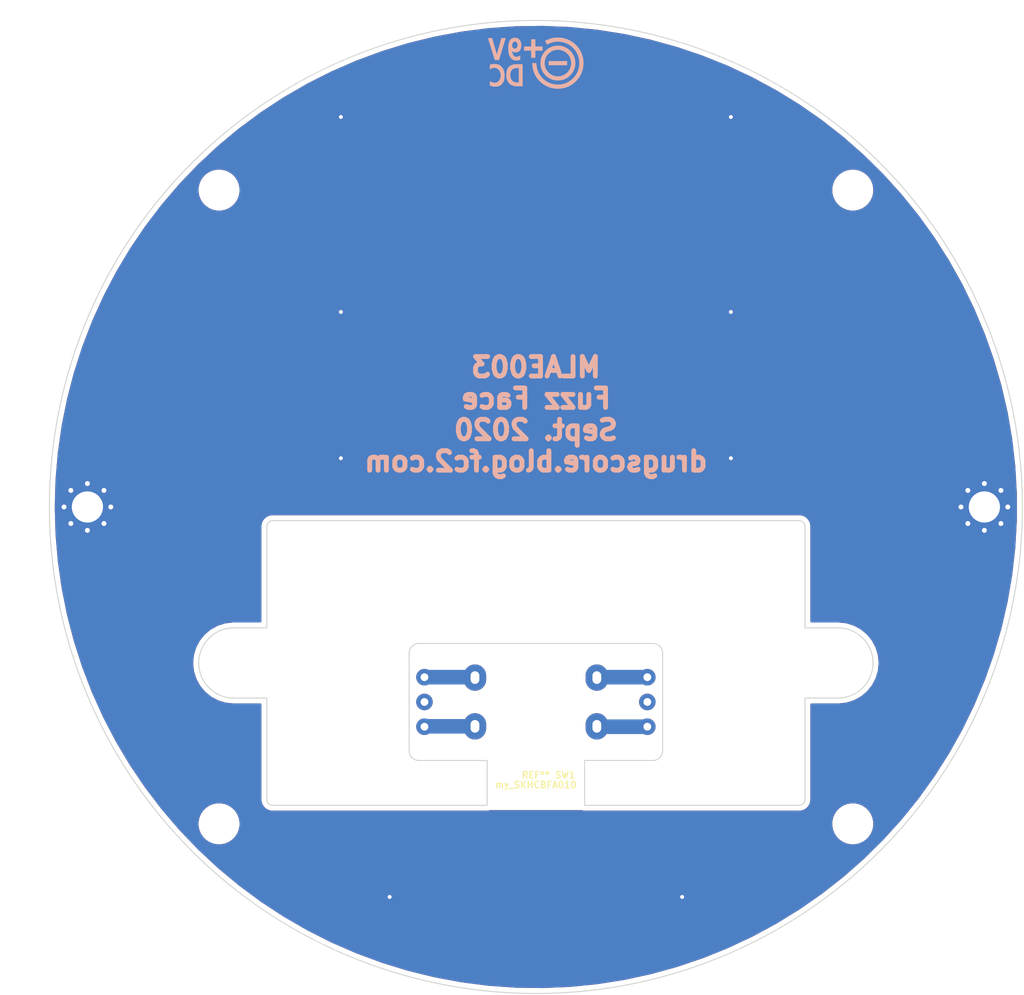
<source format=kicad_pcb>
(kicad_pcb (version 20171130) (host pcbnew "(5.1.6)-1")

  (general
    (thickness 1.6)
    (drawings 91)
    (tracks 16)
    (zones 0)
    (modules 9)
    (nets 2)
  )

  (page A4)
  (layers
    (0 F.Cu signal)
    (31 B.Cu signal)
    (32 B.Adhes user)
    (33 F.Adhes user)
    (34 B.Paste user)
    (35 F.Paste user)
    (36 B.SilkS user)
    (37 F.SilkS user)
    (38 B.Mask user)
    (39 F.Mask user)
    (40 Dwgs.User user)
    (41 Cmts.User user)
    (42 Eco1.User user)
    (43 Eco2.User user)
    (44 Edge.Cuts user)
    (45 Margin user)
    (46 B.CrtYd user)
    (47 F.CrtYd user)
    (48 B.Fab user)
    (49 F.Fab user)
  )

  (setup
    (last_trace_width 1.5)
    (user_trace_width 0.3)
    (user_trace_width 0.4)
    (user_trace_width 0.5)
    (user_trace_width 0.75)
    (user_trace_width 1)
    (user_trace_width 1.5)
    (user_trace_width 2)
    (user_trace_width 0.3)
    (user_trace_width 0.4)
    (user_trace_width 0.5)
    (user_trace_width 0.75)
    (user_trace_width 1)
    (user_trace_width 1.5)
    (user_trace_width 2)
    (trace_clearance 0.2)
    (zone_clearance 0.5)
    (zone_45_only no)
    (trace_min 0.2)
    (via_size 0.8)
    (via_drill 0.4)
    (via_min_size 0.4)
    (via_min_drill 0.3)
    (uvia_size 0.3)
    (uvia_drill 0.1)
    (uvias_allowed no)
    (uvia_min_size 0.2)
    (uvia_min_drill 0.1)
    (edge_width 0.1)
    (segment_width 0.2)
    (pcb_text_width 0.3)
    (pcb_text_size 1.5 1.5)
    (mod_edge_width 0.15)
    (mod_text_size 1 1)
    (mod_text_width 0.15)
    (pad_size 2.3 2.7)
    (pad_drill 0.9)
    (pad_to_mask_clearance 0)
    (aux_axis_origin 100 50)
    (grid_origin 100 50)
    (visible_elements 7FFFFFFF)
    (pcbplotparams
      (layerselection 0x010f0_ffffffff)
      (usegerberextensions true)
      (usegerberattributes false)
      (usegerberadvancedattributes false)
      (creategerberjobfile false)
      (excludeedgelayer true)
      (linewidth 0.100000)
      (plotframeref false)
      (viasonmask false)
      (mode 1)
      (useauxorigin true)
      (hpglpennumber 1)
      (hpglpenspeed 20)
      (hpglpendiameter 15.000000)
      (psnegative false)
      (psa4output false)
      (plotreference true)
      (plotvalue true)
      (plotinvisibletext false)
      (padsonsilk false)
      (subtractmaskfromsilk true)
      (outputformat 1)
      (mirror false)
      (drillshape 0)
      (scaleselection 1)
      (outputdirectory "0_bottomPCB/"))
  )

  (net 0 "")
  (net 1 GND)

  (net_class Default "これはデフォルトのネット クラスです。"
    (clearance 0.2)
    (trace_width 0.25)
    (via_dia 0.8)
    (via_drill 0.4)
    (uvia_dia 0.3)
    (uvia_drill 0.1)
    (add_net GND)
  )

  (module myFoot:9VDC (layer B.Cu) (tedit 0) (tstamp 5F44EDA9)
    (at 150 54.5 180)
    (fp_text reference G*** (at 0 0) (layer B.SilkS) hide
      (effects (font (size 1.524 1.524) (thickness 0.3)) (justify mirror))
    )
    (fp_text value LOGO (at 0.75 0) (layer B.SilkS) hide
      (effects (font (size 1.524 1.524) (thickness 0.3)) (justify mirror))
    )
    (fp_poly (pts (xy -1.312334 -0.1905) (xy -3.196167 -0.1905) (xy -3.196167 0.232834) (xy -1.312334 0.232834)
      (xy -1.312334 -0.1905)) (layer B.SilkS) (width 0.01))
    (fp_poly (pts (xy 0.479778 1.728611) (xy 1.213555 1.728611) (xy 1.213555 1.305278) (xy 0.479778 1.305278)
      (xy 0.479778 0.5715) (xy 0.056444 0.5715) (xy 0.056444 1.305278) (xy -0.677334 1.305278)
      (xy -0.677334 1.728611) (xy 0.056444 1.728611) (xy 0.056444 2.462389) (xy 0.479778 2.462389)
      (xy 0.479778 1.728611)) (layer B.SilkS) (width 0.01))
    (fp_poly (pts (xy 3.542098 2.566459) (xy 3.546234 2.55117) (xy 3.553574 2.524653) (xy 3.563461 2.489251)
      (xy 3.575239 2.447309) (xy 3.588254 2.401171) (xy 3.595888 2.374195) (xy 3.612643 2.315061)
      (xy 3.631659 2.247954) (xy 3.651414 2.178236) (xy 3.67039 2.11127) (xy 3.687067 2.052421)
      (xy 3.687338 2.051464) (xy 3.748691 1.834933) (xy 3.806376 1.631277) (xy 3.860307 1.440803)
      (xy 3.873704 1.393472) (xy 3.89004 1.335808) (xy 3.90773 1.273448) (xy 3.925594 1.210551)
      (xy 3.942449 1.151272) (xy 3.957117 1.099769) (xy 3.962065 1.082422) (xy 3.973931 1.040275)
      (xy 3.98436 1.002133) (xy 3.992745 0.970311) (xy 3.998477 0.947124) (xy 4.000948 0.934888)
      (xy 4.000997 0.934256) (xy 4.001244 0.931197) (xy 4.00185 0.929772) (xy 4.003014 0.93065)
      (xy 4.004935 0.934497) (xy 4.007814 0.941982) (xy 4.01185 0.953772) (xy 4.017241 0.970533)
      (xy 4.024189 0.992935) (xy 4.032892 1.021644) (xy 4.043551 1.057329) (xy 4.056364 1.100656)
      (xy 4.071531 1.152293) (xy 4.089251 1.212908) (xy 4.109726 1.283168) (xy 4.133153 1.363741)
      (xy 4.159732 1.455294) (xy 4.189663 1.558496) (xy 4.223146 1.674013) (xy 4.254811 1.783292)
      (xy 4.490413 2.596445) (xy 4.8895 2.596445) (xy 4.8895 2.547859) (xy 4.882664 2.484985)
      (xy 4.87247 2.447317) (xy 4.863334 2.419009) (xy 4.851698 2.382333) (xy 4.83918 2.342416)
      (xy 4.829342 2.310695) (xy 4.816294 2.268518) (xy 4.801837 2.222019) (xy 4.788029 2.17781)
      (xy 4.779908 2.151945) (xy 4.767774 2.113198) (xy 4.753592 2.067567) (xy 4.739413 2.021673)
      (xy 4.730671 1.993195) (xy 4.719735 1.957734) (xy 4.709322 1.924473) (xy 4.700638 1.897232)
      (xy 4.695052 1.880306) (xy 4.69024 1.865606) (xy 4.682021 1.839705) (xy 4.671112 1.804897)
      (xy 4.65823 1.763476) (xy 4.644093 1.717737) (xy 4.6355 1.689806) (xy 4.620959 1.642601)
      (xy 4.607254 1.598368) (xy 4.5951 1.559401) (xy 4.585216 1.527995) (xy 4.578317 1.506444)
      (xy 4.575947 1.499306) (xy 4.570054 1.481427) (xy 4.561275 1.453865) (xy 4.550817 1.420438)
      (xy 4.540329 1.386417) (xy 4.527358 1.344222) (xy 4.51296 1.297704) (xy 4.499188 1.253483)
      (xy 4.491092 1.227667) (xy 4.478943 1.18894) (xy 4.464711 1.143334) (xy 4.450455 1.097457)
      (xy 4.441624 1.068917) (xy 4.41891 0.995556) (xy 4.399953 0.934834) (xy 4.384839 0.887012)
      (xy 4.373648 0.852355) (xy 4.370592 0.843139) (xy 4.364828 0.825247) (xy 4.356212 0.79766)
      (xy 4.345931 0.764208) (xy 4.335631 0.73025) (xy 4.32528 0.696113) (xy 4.315871 0.66549)
      (xy 4.308431 0.641699) (xy 4.303988 0.62806) (xy 4.303948 0.627945) (xy 4.299521 0.614509)
      (xy 4.292007 0.590888) (xy 4.282449 0.560389) (xy 4.271892 0.526322) (xy 4.271682 0.525639)
      (xy 4.259818 0.48729) (xy 4.247678 0.448315) (xy 4.236816 0.413684) (xy 4.229813 0.391584)
      (xy 4.214031 0.342195) (xy 4.001912 0.340328) (xy 3.948652 0.340033) (xy 3.900088 0.340097)
      (xy 3.857977 0.34049) (xy 3.824074 0.341186) (xy 3.800136 0.342153) (xy 3.787918 0.343364)
      (xy 3.786726 0.343856) (xy 3.783534 0.352446) (xy 3.777253 0.371547) (xy 3.768852 0.398155)
      (xy 3.761103 0.423334) (xy 3.750747 0.456996) (xy 3.740809 0.488694) (xy 3.732649 0.514119)
      (xy 3.728806 0.525639) (xy 3.722204 0.545771) (xy 3.713324 0.574164) (xy 3.703814 0.605524)
      (xy 3.701346 0.613834) (xy 3.690363 0.650767) (xy 3.678113 0.691604) (xy 3.667119 0.727937)
      (xy 3.666414 0.73025) (xy 3.661815 0.745326) (xy 3.657278 0.760176) (xy 3.652367 0.776221)
      (xy 3.646645 0.79488) (xy 3.639676 0.817575) (xy 3.631024 0.845725) (xy 3.620251 0.88075)
      (xy 3.606922 0.92407) (xy 3.590601 0.977106) (xy 3.57085 1.041276) (xy 3.555827 1.090084)
      (xy 3.540873 1.138733) (xy 3.52555 1.1887) (xy 3.510995 1.236264) (xy 3.498348 1.277708)
      (xy 3.488898 1.308806) (xy 3.476671 1.34905) (xy 3.460713 1.401325) (xy 3.440936 1.465914)
      (xy 3.417255 1.5431) (xy 3.389582 1.633165) (xy 3.357831 1.736393) (xy 3.353712 1.749778)
      (xy 3.340427 1.79298) (xy 3.327698 1.834456) (xy 3.314473 1.877643) (xy 3.299699 1.925979)
      (xy 3.282324 1.982902) (xy 3.273804 2.010834) (xy 3.262001 2.049387) (xy 3.24838 2.093658)
      (xy 3.235329 2.135893) (xy 3.231444 2.148417) (xy 3.219134 2.188191) (xy 3.205448 2.232639)
      (xy 3.19277 2.274007) (xy 3.189111 2.286) (xy 3.177266 2.324476) (xy 3.163474 2.368662)
      (xy 3.150148 2.410848) (xy 3.146081 2.423584) (xy 3.133507 2.468379) (xy 3.124502 2.5118)
      (xy 3.120454 2.545292) (xy 3.11744 2.596445) (xy 3.534289 2.596445) (xy 3.542098 2.566459)) (layer B.SilkS) (width 0.01))
    (fp_poly (pts (xy 2.211548 2.621288) (xy 2.251202 2.620462) (xy 2.285662 2.619135) (xy 2.312518 2.617306)
      (xy 2.329357 2.614975) (xy 2.333882 2.613063) (xy 2.342509 2.607543) (xy 2.361369 2.599559)
      (xy 2.387108 2.590462) (xy 2.400653 2.586178) (xy 2.427714 2.577327) (xy 2.448744 2.569293)
      (xy 2.460729 2.563287) (xy 2.462389 2.56141) (xy 2.467993 2.554856) (xy 2.482428 2.54428)
      (xy 2.495903 2.535922) (xy 2.51786 2.522296) (xy 2.537367 2.507855) (xy 2.556918 2.490266)
      (xy 2.579011 2.467197) (xy 2.606143 2.436312) (xy 2.62022 2.419767) (xy 2.673092 2.34758)
      (xy 2.718327 2.264948) (xy 2.756077 2.171463) (xy 2.786496 2.066712) (xy 2.809739 1.950286)
      (xy 2.818294 1.890889) (xy 2.827082 1.803849) (xy 2.832569 1.708351) (xy 2.834859 1.607163)
      (xy 2.834055 1.503052) (xy 2.830262 1.398786) (xy 2.823583 1.297132) (xy 2.814122 1.200858)
      (xy 2.801982 1.11273) (xy 2.787267 1.035517) (xy 2.786032 1.030111) (xy 2.772955 0.977662)
      (xy 2.757385 0.921495) (xy 2.741063 0.867643) (xy 2.726942 0.8255) (xy 2.714978 0.795723)
      (xy 2.698018 0.758266) (xy 2.678115 0.717238) (xy 2.657323 0.676748) (xy 2.637696 0.640904)
      (xy 2.621287 0.613816) (xy 2.620651 0.612858) (xy 2.60688 0.593525) (xy 2.588682 0.56971)
      (xy 2.568046 0.54381) (xy 2.546963 0.518218) (xy 2.527424 0.495329) (xy 2.511418 0.477537)
      (xy 2.500938 0.467237) (xy 2.498265 0.465633) (xy 2.491156 0.461233) (xy 2.477446 0.450002)
      (xy 2.467233 0.440889) (xy 2.446684 0.423781) (xy 2.425976 0.40922) (xy 2.418508 0.404894)
      (xy 2.398999 0.393139) (xy 2.383159 0.381006) (xy 2.36948 0.371996) (xy 2.347516 0.361241)
      (xy 2.326051 0.352595) (xy 2.303221 0.343792) (xy 2.286194 0.336249) (xy 2.278944 0.331831)
      (xy 2.270836 0.327716) (xy 2.252775 0.321511) (xy 2.228509 0.31449) (xy 2.226028 0.313829)
      (xy 2.193643 0.307707) (xy 2.150164 0.30301) (xy 2.098536 0.299755) (xy 2.041704 0.297963)
      (xy 1.982614 0.29765) (xy 1.924213 0.298837) (xy 1.869445 0.301541) (xy 1.821257 0.305781)
      (xy 1.785307 0.311047) (xy 1.754666 0.317315) (xy 1.729481 0.323298) (xy 1.712807 0.328217)
      (xy 1.707696 0.330782) (xy 1.69954 0.335429) (xy 1.681447 0.342493) (xy 1.657065 0.350574)
      (xy 1.652764 0.351886) (xy 1.601611 0.367295) (xy 1.601611 0.776111) (xy 1.640416 0.776111)
      (xy 1.662752 0.774871) (xy 1.676487 0.771576) (xy 1.679222 0.768685) (xy 1.685172 0.762343)
      (xy 1.700888 0.752422) (xy 1.723165 0.740908) (xy 1.726847 0.739178) (xy 1.750367 0.727884)
      (xy 1.768459 0.718466) (xy 1.777635 0.712753) (xy 1.778 0.712367) (xy 1.787912 0.706571)
      (xy 1.808906 0.698962) (xy 1.838198 0.690356) (xy 1.873007 0.681568) (xy 1.91055 0.673415)
      (xy 1.911579 0.67321) (xy 1.97565 0.664964) (xy 2.016959 0.665707) (xy 2.041167 0.669278)
      (xy 2.069968 0.675467) (xy 2.100224 0.683339) (xy 2.128792 0.691955) (xy 2.152535 0.700377)
      (xy 2.16831 0.707668) (xy 2.173111 0.71233) (xy 2.178672 0.718666) (xy 2.193139 0.729506)
      (xy 2.210153 0.740495) (xy 2.233823 0.75731) (xy 2.255021 0.776396) (xy 2.264833 0.787845)
      (xy 2.281521 0.810237) (xy 2.29985 0.833371) (xy 2.302812 0.836946) (xy 2.322072 0.864238)
      (xy 2.343146 0.901185) (xy 2.364086 0.94384) (xy 2.382941 0.98826) (xy 2.396547 1.026584)
      (xy 2.402788 1.048727) (xy 2.410092 1.078258) (xy 2.4179 1.112434) (xy 2.425651 1.148516)
      (xy 2.432785 1.18376) (xy 2.438742 1.215427) (xy 2.442963 1.240774) (xy 2.444887 1.25706)
      (xy 2.444561 1.261608) (xy 2.438837 1.258823) (xy 2.427273 1.249115) (xy 2.425548 1.247497)
      (xy 2.39306 1.218557) (xy 2.363603 1.197405) (xy 2.331746 1.180538) (xy 2.303729 1.168867)
      (xy 2.277433 1.15811) (xy 2.256346 1.148384) (xy 2.243878 1.141303) (xy 2.242157 1.139713)
      (xy 2.233532 1.136998) (xy 2.213479 1.134874) (xy 2.184483 1.133331) (xy 2.149029 1.132356)
      (xy 2.1096 1.131937) (xy 2.068683 1.132061) (xy 2.028761 1.132718) (xy 1.99232 1.133894)
      (xy 1.961845 1.135578) (xy 1.93982 1.137758) (xy 1.928731 1.140421) (xy 1.927928 1.141236)
      (xy 1.920672 1.14944) (xy 1.917854 1.150056) (xy 1.902163 1.152653) (xy 1.878756 1.159344)
      (xy 1.852218 1.168476) (xy 1.82713 1.178398) (xy 1.808079 1.187457) (xy 1.801038 1.19216)
      (xy 1.785718 1.20383) (xy 1.765085 1.216588) (xy 1.759589 1.21957) (xy 1.728185 1.240368)
      (xy 1.694032 1.270155) (xy 1.660706 1.305302) (xy 1.63178 1.342184) (xy 1.618623 1.362607)
      (xy 1.607348 1.379043) (xy 1.599967 1.388132) (xy 1.58961 1.404201) (xy 1.576639 1.430824)
      (xy 1.56223 1.464959) (xy 1.547556 1.503568) (xy 1.533793 1.54361) (xy 1.522115 1.582046)
      (xy 1.516101 1.605139) (xy 1.510881 1.627994) (xy 1.506881 1.648724) (xy 1.503952 1.669667)
      (xy 1.501944 1.693165) (xy 1.500708 1.721556) (xy 1.500095 1.75718) (xy 1.499955 1.802378)
      (xy 1.500121 1.855611) (xy 1.500408 1.908727) (xy 1.878498 1.908727) (xy 1.879473 1.835241)
      (xy 1.892798 1.760867) (xy 1.918125 1.687847) (xy 1.943429 1.637656) (xy 1.960847 1.613802)
      (xy 1.985438 1.587851) (xy 2.01281 1.563868) (xy 2.038569 1.545918) (xy 2.047606 1.541263)
      (xy 2.066318 1.532362) (xy 2.078921 1.525166) (xy 2.0814 1.523087) (xy 2.094937 1.514389)
      (xy 2.118414 1.508281) (xy 2.14784 1.505106) (xy 2.179223 1.505209) (xy 2.208571 1.508934)
      (xy 2.218153 1.51131) (xy 2.23685 1.517553) (xy 2.24896 1.523059) (xy 2.250722 1.524473)
      (xy 2.258674 1.530242) (xy 2.274679 1.53939) (xy 2.283264 1.543867) (xy 2.323694 1.571554)
      (xy 2.360814 1.610973) (xy 2.393033 1.65985) (xy 2.41876 1.715912) (xy 2.431323 1.755414)
      (xy 2.439307 1.799658) (xy 2.43987 1.846746) (xy 2.432933 1.900401) (xy 2.427681 1.926167)
      (xy 2.406705 2.001675) (xy 2.379538 2.068296) (xy 2.346856 2.125021) (xy 2.309337 2.170841)
      (xy 2.267657 2.204746) (xy 2.228103 2.223914) (xy 2.210931 2.231388) (xy 2.200275 2.238927)
      (xy 2.199827 2.239531) (xy 2.190225 2.244102) (xy 2.171884 2.246649) (xy 2.149456 2.247228)
      (xy 2.127596 2.245896) (xy 2.110958 2.242708) (xy 2.104319 2.238375) (xy 2.096311 2.230164)
      (xy 2.093092 2.229556) (xy 2.076991 2.225143) (xy 2.05444 2.213557) (xy 2.029282 2.197277)
      (xy 2.005359 2.178784) (xy 1.987004 2.161113) (xy 1.954512 2.121647) (xy 1.930297 2.084986)
      (xy 1.911711 2.046149) (xy 1.896105 2.000153) (xy 1.890224 1.979084) (xy 1.878498 1.908727)
      (xy 1.500408 1.908727) (xy 1.500421 1.910961) (xy 1.500893 1.954572) (xy 1.501736 1.988817)
      (xy 1.503154 2.016067) (xy 1.505348 2.038695) (xy 1.508518 2.059073) (xy 1.512867 2.079574)
      (xy 1.518595 2.102569) (xy 1.522282 2.116667) (xy 1.552071 2.209285) (xy 1.590328 2.293925)
      (xy 1.636236 2.369114) (xy 1.688982 2.433377) (xy 1.707767 2.451952) (xy 1.727768 2.470681)
      (xy 1.746349 2.488097) (xy 1.754763 2.495992) (xy 1.771342 2.508767) (xy 1.793892 2.522866)
      (xy 1.804867 2.528806) (xy 1.82739 2.541371) (xy 1.846931 2.55411) (xy 1.853559 2.559282)
      (xy 1.867517 2.567446) (xy 1.890836 2.577102) (xy 1.919146 2.586502) (xy 1.927643 2.588924)
      (xy 1.954807 2.597102) (xy 1.976562 2.605033) (xy 1.989401 2.611384) (xy 1.991173 2.61304)
      (xy 1.999643 2.61572) (xy 2.019804 2.6179) (xy 2.049244 2.619579) (xy 2.08555 2.620758)
      (xy 2.12631 2.621435) (xy 2.169114 2.621612) (xy 2.211548 2.621288)) (layer B.SilkS) (width 0.01))
    (fp_poly (pts (xy -2.159857 1.808564) (xy -2.076648 1.804853) (xy -2.001864 1.798238) (xy -1.93275 1.788359)
      (xy -1.866547 1.774859) (xy -1.800498 1.757378) (xy -1.762623 1.745739) (xy -1.731198 1.735969)
      (xy -1.703985 1.72809) (xy -1.684227 1.723006) (xy -1.675805 1.721556) (xy -1.662986 1.718779)
      (xy -1.643121 1.711705) (xy -1.63121 1.706655) (xy -1.584835 1.685914) (xy -1.54916 1.670249)
      (xy -1.522099 1.658756) (xy -1.502834 1.651018) (xy -1.480736 1.641055) (xy -1.461176 1.630045)
      (xy -1.4605 1.629594) (xy -1.445827 1.620813) (xy -1.422898 1.608293) (xy -1.396154 1.594444)
      (xy -1.390435 1.591576) (xy -1.362847 1.576965) (xy -1.337674 1.562144) (xy -1.319677 1.549943)
      (xy -1.317574 1.54825) (xy -1.302003 1.536975) (xy -1.289832 1.531239) (xy -1.288331 1.531056)
      (xy -1.279038 1.526845) (xy -1.260966 1.515286) (xy -1.23624 1.497988) (xy -1.206983 1.47656)
      (xy -1.175319 1.452614) (xy -1.143374 1.427758) (xy -1.11327 1.403602) (xy -1.087133 1.381756)
      (xy -1.067086 1.36383) (xy -1.064884 1.361722) (xy -1.043584 1.341398) (xy -1.021386 1.320647)
      (xy -1.015341 1.315093) (xy -0.982783 1.28354) (xy -0.945363 1.24427) (xy -0.90649 1.201002)
      (xy -0.869573 1.15745) (xy -0.860707 1.146528) (xy -0.841411 1.122617) (xy -0.825413 1.102992)
      (xy -0.814763 1.090154) (xy -0.811598 1.086556) (xy -0.805926 1.078267) (xy -0.798411 1.064696)
      (xy -0.787115 1.046621) (xy -0.772333 1.027342) (xy -0.771079 1.02589) (xy -0.755607 1.004582)
      (xy -0.742974 0.981401) (xy -0.742683 0.980722) (xy -0.734761 0.963799) (xy -0.728525 0.953377)
      (xy -0.727671 0.9525) (xy -0.720425 0.943575) (xy -0.709498 0.926771) (xy -0.697326 0.906293)
      (xy -0.686346 0.886341) (xy -0.678993 0.87112) (xy -0.677307 0.865601) (xy -0.673802 0.854694)
      (xy -0.665106 0.837817) (xy -0.661951 0.832556) (xy -0.647421 0.807918) (xy -0.633592 0.782388)
      (xy -0.622267 0.759543) (xy -0.615255 0.742957) (xy -0.613863 0.737318) (xy -0.611164 0.728206)
      (xy -0.603921 0.709355) (xy -0.593373 0.683896) (xy -0.585541 0.665764) (xy -0.572467 0.634229)
      (xy -0.561131 0.603761) (xy -0.553233 0.579067) (xy -0.551133 0.570501) (xy -0.546249 0.549363)
      (xy -0.538613 0.520054) (xy -0.529626 0.487891) (xy -0.526691 0.477854) (xy -0.505347 0.394136)
      (xy -0.489573 0.305097) (xy -0.479104 0.208532) (xy -0.473674 0.10224) (xy -0.472722 0.028222)
      (xy -0.47507 -0.085438) (xy -0.482289 -0.187964) (xy -0.494643 -0.281557) (xy -0.512398 -0.36842)
      (xy -0.526691 -0.421409) (xy -0.535814 -0.453363) (xy -0.544036 -0.484165) (xy -0.549954 -0.508499)
      (xy -0.551133 -0.514056) (xy -0.556726 -0.534204) (xy -0.56659 -0.56243) (xy -0.579025 -0.59403)
      (xy -0.585541 -0.609319) (xy -0.597542 -0.637344) (xy -0.607023 -0.660747) (xy -0.612746 -0.676394)
      (xy -0.613863 -0.680873) (xy -0.617214 -0.691649) (xy -0.62602 -0.710948) (xy -0.638474 -0.735195)
      (xy -0.652771 -0.760813) (xy -0.661951 -0.776111) (xy -0.671671 -0.793712) (xy -0.676976 -0.8071)
      (xy -0.677307 -0.80938) (xy -0.681051 -0.819876) (xy -0.69109 -0.838923) (xy -0.705681 -0.863469)
      (xy -0.72308 -0.890468) (xy -0.726854 -0.896055) (xy -0.735124 -0.909402) (xy -0.745482 -0.927536)
      (xy -0.746268 -0.928968) (xy -0.758842 -0.949836) (xy -0.776881 -0.977168) (xy -0.797706 -1.007173)
      (xy -0.818638 -1.036063) (xy -0.836999 -1.060047) (xy -0.84862 -1.073785) (xy -0.861044 -1.088211)
      (xy -0.868429 -1.098918) (xy -0.868869 -1.099941) (xy -0.874601 -1.10799) (xy -0.88803 -1.123846)
      (xy -0.907018 -1.145199) (xy -0.929428 -1.169737) (xy -0.953121 -1.195147) (xy -0.975961 -1.219119)
      (xy -0.99581 -1.23934) (xy -1.01053 -1.253498) (xy -1.012348 -1.255118) (xy -1.031588 -1.272896)
      (xy -1.051714 -1.292827) (xy -1.054759 -1.295996) (xy -1.074902 -1.315437) (xy -1.097489 -1.334892)
      (xy -1.101841 -1.338329) (xy -1.15663 -1.380385) (xy -1.201338 -1.414078) (xy -1.236786 -1.440002)
      (xy -1.263797 -1.45875) (xy -1.283193 -1.470915) (xy -1.29206 -1.475552) (xy -1.309695 -1.484968)
      (xy -1.32129 -1.493622) (xy -1.32258 -1.495232) (xy -1.330763 -1.501773) (xy -1.34851 -1.512555)
      (xy -1.372659 -1.525715) (xy -1.385187 -1.532124) (xy -1.41321 -1.546549) (xy -1.438284 -1.560126)
      (xy -1.456321 -1.570616) (xy -1.4605 -1.573342) (xy -1.479782 -1.584471) (xy -1.495657 -1.591099)
      (xy -1.510648 -1.596708) (xy -1.53422 -1.606513) (xy -1.562203 -1.61867) (xy -1.590425 -1.631335)
      (xy -1.614714 -1.642664) (xy -1.6309 -1.650814) (xy -1.631502 -1.65115) (xy -1.648279 -1.657167)
      (xy -1.656196 -1.65816) (xy -1.667443 -1.66035) (xy -1.688978 -1.666244) (xy -1.717746 -1.674952)
      (xy -1.75069 -1.685586) (xy -1.75198 -1.686016) (xy -1.787609 -1.697358) (xy -1.821747 -1.707308)
      (xy -1.850354 -1.714743) (xy -1.868397 -1.718406) (xy -1.889014 -1.721554) (xy -1.919105 -1.72647)
      (xy -1.954255 -1.73242) (xy -1.982611 -1.737356) (xy -2.024355 -1.743111) (xy -2.076444 -1.747801)
      (xy -2.135778 -1.751366) (xy -2.199256 -1.753748) (xy -2.263779 -1.754887) (xy -2.326247 -1.754726)
      (xy -2.38356 -1.753204) (xy -2.432618 -1.750263) (xy -2.465917 -1.746543) (xy -2.528126 -1.737037)
      (xy -2.578729 -1.728935) (xy -2.620102 -1.721749) (xy -2.654622 -1.714993) (xy -2.684667 -1.708179)
      (xy -2.712614 -1.70082) (xy -2.74084 -1.69243) (xy -2.760366 -1.686224) (xy -2.793634 -1.67566)
      (xy -2.822388 -1.666906) (xy -2.843789 -1.660799) (xy -2.854999 -1.658177) (xy -2.85556 -1.658136)
      (xy -2.865833 -1.655299) (xy -2.885167 -1.647921) (xy -2.909906 -1.63757) (xy -2.936393 -1.625818)
      (xy -2.96097 -1.614236) (xy -2.977445 -1.605797) (xy -2.997592 -1.597229) (xy -3.018014 -1.591282)
      (xy -3.033555 -1.586583) (xy -3.040864 -1.581665) (xy -3.040945 -1.581213) (xy -3.046826 -1.576055)
      (xy -3.062716 -1.566187) (xy -3.085979 -1.55317) (xy -3.106209 -1.542522) (xy -3.145441 -1.521486)
      (xy -3.185868 -1.498278) (xy -3.224687 -1.474653) (xy -3.25909 -1.452363) (xy -3.286273 -1.433164)
      (xy -3.302294 -1.41993) (xy -3.31608 -1.408864) (xy -3.32662 -1.404061) (xy -3.326849 -1.404055)
      (xy -3.336371 -1.3995) (xy -3.351251 -1.387958) (xy -3.359033 -1.380839) (xy -3.380391 -1.361615)
      (xy -3.403227 -1.342958) (xy -3.408242 -1.339181) (xy -3.425149 -1.325203) (xy -3.4491 -1.303339)
      (xy -3.477902 -1.275799) (xy -3.509365 -1.244797) (xy -3.541296 -1.212542) (xy -3.571504 -1.181248)
      (xy -3.597797 -1.153126) (xy -3.617984 -1.130387) (xy -3.629279 -1.116123) (xy -3.641903 -1.099237)
      (xy -3.651819 -1.088534) (xy -3.655162 -1.086555) (xy -3.661819 -1.081042) (xy -3.672065 -1.067169)
      (xy -3.676492 -1.060097) (xy -3.690615 -1.038588) (xy -3.705387 -1.019119) (xy -3.708079 -1.016)
      (xy -3.719326 -1.001454) (xy -3.734646 -0.979115) (xy -3.751034 -0.953396) (xy -3.75373 -0.948972)
      (xy -3.768144 -0.925639) (xy -3.780042 -0.907292) (xy -3.787378 -0.897057) (xy -3.788356 -0.896055)
      (xy -3.793413 -0.888586) (xy -3.803079 -0.871435) (xy -3.815715 -0.847574) (xy -3.823392 -0.832555)
      (xy -3.837695 -0.805097) (xy -3.850729 -0.781608) (xy -3.860525 -0.765572) (xy -3.863588 -0.761444)
      (xy -3.871824 -0.747535) (xy -3.8735 -0.739854) (xy -3.876477 -0.728861) (xy -3.884362 -0.709171)
      (xy -3.89559 -0.684626) (xy -3.898283 -0.679098) (xy -3.911425 -0.649506) (xy -3.926668 -0.610551)
      (xy -3.942916 -0.565545) (xy -3.959075 -0.517801) (xy -3.97405 -0.470632) (xy -3.986747 -0.42735)
      (xy -3.996072 -0.391269) (xy -4.000274 -0.370416) (xy -4.004437 -0.345652) (xy -4.010465 -0.312003)
      (xy -4.017457 -0.274419) (xy -4.022731 -0.246944) (xy -4.027574 -0.220721) (xy -4.031328 -0.196243)
      (xy -4.034128 -0.171161) (xy -4.036109 -0.143124) (xy -4.037405 -0.109781) (xy -4.038152 -0.068784)
      (xy -4.038485 -0.017781) (xy -4.038544 0.028222) (xy -4.038509 0.047124) (xy -3.61925 0.047124)
      (xy -3.618854 -0.015904) (xy -3.616483 -0.075962) (xy -3.61214 -0.128815) (xy -3.6086 -0.155222)
      (xy -3.603377 -0.1836) (xy -3.595857 -0.219328) (xy -3.586706 -0.259729) (xy -3.576591 -0.30213)
      (xy -3.566177 -0.343854) (xy -3.556131 -0.382228) (xy -3.547119 -0.414576) (xy -3.539807 -0.438222)
      (xy -3.535214 -0.449885) (xy -3.521528 -0.476449) (xy -3.508904 -0.503462) (xy -3.498943 -0.52722)
      (xy -3.493248 -0.544023) (xy -3.4925 -0.548557) (xy -3.489028 -0.559537) (xy -3.479805 -0.578802)
      (xy -3.466618 -0.602709) (xy -3.462474 -0.609713) (xy -3.446919 -0.63574) (xy -3.432942 -0.659362)
      (xy -3.42314 -0.676183) (xy -3.421905 -0.678353) (xy -3.392149 -0.725977) (xy -3.35442 -0.778536)
      (xy -3.311713 -0.832086) (xy -3.267019 -0.882679) (xy -3.266722 -0.882997) (xy -3.247061 -0.904606)
      (xy -3.228825 -0.925637) (xy -3.218561 -0.938242) (xy -3.205824 -0.952098) (xy -3.195187 -0.959277)
      (xy -3.193597 -0.959555) (xy -3.184758 -0.964608) (xy -3.170724 -0.977682) (xy -3.158504 -0.991305)
      (xy -3.142834 -1.008459) (xy -3.12971 -1.020037) (xy -3.123496 -1.023177) (xy -3.113176 -1.027994)
      (xy -3.099664 -1.039514) (xy -3.098806 -1.040407) (xy -3.085295 -1.052288) (xy -3.063868 -1.0686)
      (xy -3.038573 -1.086297) (xy -3.031779 -1.090805) (xy -3.008314 -1.106517) (xy -2.989647 -1.119648)
      (xy -2.978762 -1.128073) (xy -2.977303 -1.129575) (xy -2.969203 -1.135525) (xy -2.952712 -1.144514)
      (xy -2.942025 -1.149669) (xy -2.916215 -1.162688) (xy -2.888147 -1.1784) (xy -2.8779 -1.1846)
      (xy -2.856097 -1.19718) (xy -2.836449 -1.206799) (xy -2.828511 -1.209777) (xy -2.81486 -1.214614)
      (xy -2.792072 -1.223607) (xy -2.763931 -1.23524) (xy -2.747271 -1.242331) (xy -2.714814 -1.255377)
      (xy -2.682518 -1.266816) (xy -2.655548 -1.274874) (xy -2.646587 -1.276912) (xy -2.617972 -1.283111)
      (xy -2.585643 -1.291206) (xy -2.569843 -1.295598) (xy -2.504868 -1.310954) (xy -2.430056 -1.322569)
      (xy -2.349231 -1.330229) (xy -2.26622 -1.333723) (xy -2.184847 -1.332836) (xy -2.108938 -1.327355)
      (xy -2.076051 -1.323104) (xy -2.037694 -1.316529) (xy -1.996449 -1.308235) (xy -1.959686 -1.299732)
      (xy -1.950861 -1.297428) (xy -1.920192 -1.289448) (xy -1.890922 -1.282378) (xy -1.868696 -1.277572)
      (xy -1.866195 -1.277108) (xy -1.842416 -1.271248) (xy -1.814649 -1.262204) (xy -1.802695 -1.25761)
      (xy -1.779372 -1.24806) (xy -1.748641 -1.23549) (xy -1.716157 -1.222213) (xy -1.707445 -1.218654)
      (xy -1.66258 -1.198875) (xy -1.61773 -1.175848) (xy -1.568843 -1.147393) (xy -1.531672 -1.124116)
      (xy -1.508312 -1.109247) (xy -1.485601 -1.094915) (xy -1.477878 -1.090083) (xy -1.454447 -1.073766)
      (xy -1.423981 -1.05004) (xy -1.389481 -1.021416) (xy -1.353951 -0.990403) (xy -1.320394 -0.95951)
      (xy -1.311985 -0.951441) (xy -1.285186 -0.924867) (xy -1.258281 -0.897163) (xy -1.233115 -0.870348)
      (xy -1.211529 -0.846443) (xy -1.195369 -0.827466) (xy -1.186478 -0.815438) (xy -1.185334 -0.812707)
      (xy -1.18094 -0.804844) (xy -1.1698 -0.790868) (xy -1.162773 -0.782975) (xy -1.145038 -0.76151)
      (xy -1.128972 -0.738586) (xy -1.125732 -0.733217) (xy -1.112792 -0.711638) (xy -1.097019 -0.686622)
      (xy -1.090585 -0.676773) (xy -1.077974 -0.656219) (xy -1.062706 -0.629069) (xy -1.046208 -0.598147)
      (xy -1.029903 -0.566279) (xy -1.015217 -0.53629) (xy -1.003574 -0.511004) (xy -0.996398 -0.493247)
      (xy -0.994797 -0.486833) (xy -0.991631 -0.472975) (xy -0.985337 -0.458219) (xy -0.974473 -0.43376)
      (xy -0.962131 -0.400439) (xy -0.949898 -0.363169) (xy -0.939359 -0.326862) (xy -0.932099 -0.29643)
      (xy -0.930813 -0.289278) (xy -0.926892 -0.265689) (xy -0.921284 -0.233195) (xy -0.914854 -0.196766)
      (xy -0.910559 -0.172861) (xy -0.902183 -0.110979) (xy -0.897283 -0.040121) (xy -0.895857 0.035016)
      (xy -0.897906 0.10973) (xy -0.90343 0.179324) (xy -0.910559 0.229306) (xy -0.91705 0.265617)
      (xy -0.92328 0.301311) (xy -0.928389 0.331407) (xy -0.930735 0.345837) (xy -0.936932 0.374894)
      (xy -0.946946 0.411037) (xy -0.95914 0.44918) (xy -0.971877 0.484238) (xy -0.98352 0.511125)
      (xy -0.984647 0.513334) (xy -0.991948 0.530574) (xy -0.994797 0.543278) (xy -0.998025 0.554134)
      (xy -1.006713 0.574484) (xy -1.019434 0.601501) (xy -1.034764 0.632362) (xy -1.051278 0.664241)
      (xy -1.067553 0.694313) (xy -1.082162 0.719753) (xy -1.090585 0.733218) (xy -1.105995 0.757167)
      (xy -1.120793 0.781247) (xy -1.125732 0.789662) (xy -1.140183 0.811433) (xy -1.158118 0.834182)
      (xy -1.162773 0.83942) (xy -1.17611 0.854923) (xy -1.184206 0.866299) (xy -1.185334 0.869152)
      (xy -1.190181 0.877796) (xy -1.203527 0.894263) (xy -1.22358 0.916725) (xy -1.248546 0.943351)
      (xy -1.276633 0.972313) (xy -1.306046 1.001781) (xy -1.334993 1.029924) (xy -1.361682 1.054914)
      (xy -1.384318 1.07492) (xy -1.397 1.085136) (xy -1.418306 1.101887) (xy -1.441553 1.121173)
      (xy -1.448173 1.126888) (xy -1.464922 1.140326) (xy -1.478019 1.148686) (xy -1.482101 1.150056)
      (xy -1.491686 1.154132) (xy -1.507393 1.16445) (xy -1.515595 1.170665) (xy -1.538917 1.18708)
      (xy -1.565554 1.203061) (xy -1.573389 1.207182) (xy -1.596745 1.219642) (xy -1.618182 1.232288)
      (xy -1.624609 1.236491) (xy -1.650857 1.251564) (xy -1.688105 1.268828) (xy -1.733606 1.287294)
      (xy -1.784612 1.305974) (xy -1.838374 1.323881) (xy -1.892144 1.340025) (xy -1.943175 1.353419)
      (xy -1.961445 1.357619) (xy -2.01983 1.369838) (xy -2.069524 1.378631) (xy -2.115323 1.384516)
      (xy -2.162022 1.388012) (xy -2.214418 1.389639) (xy -2.260192 1.389945) (xy -2.349727 1.387241)
      (xy -2.434499 1.379379) (xy -2.511494 1.366728) (xy -2.57175 1.351526) (xy -2.596095 1.345154)
      (xy -2.617955 1.341227) (xy -2.625831 1.340632) (xy -2.640083 1.337963) (xy -2.663575 1.330823)
      (xy -2.692624 1.32041) (xy -2.714025 1.311926) (xy -2.746382 1.298753) (xy -2.777169 1.286527)
      (xy -2.802006 1.276973) (xy -2.812414 1.273176) (xy -2.837022 1.263043) (xy -2.863943 1.249775)
      (xy -2.872387 1.245077) (xy -2.895635 1.231655) (xy -2.913316 1.221727) (xy -2.932033 1.211641)
      (xy -2.949222 1.202564) (xy -2.968857 1.19095) (xy -2.984753 1.179441) (xy -2.986383 1.177996)
      (xy -3.002185 1.166051) (xy -3.018133 1.15661) (xy -3.034766 1.146588) (xy -3.05624 1.131676)
      (xy -3.069093 1.121967) (xy -3.088368 1.106975) (xy -3.104175 1.094881) (xy -3.110636 1.090084)
      (xy -3.134342 1.071045) (xy -3.164929 1.043319) (xy -3.200241 1.009061) (xy -3.238125 0.970422)
      (xy -3.276425 0.929555) (xy -3.312987 0.888612) (xy -3.317391 0.883523) (xy -3.331423 0.865888)
      (xy -3.350418 0.840255) (xy -3.371675 0.810468) (xy -3.39249 0.780377) (xy -3.41016 0.753826)
      (xy -3.421905 0.734798) (xy -3.430555 0.719873) (xy -3.443902 0.697264) (xy -3.459349 0.671367)
      (xy -3.462474 0.666158) (xy -3.476448 0.641606) (xy -3.486957 0.62068) (xy -3.492213 0.607022)
      (xy -3.4925 0.605002) (xy -3.495555 0.592894) (xy -3.503652 0.572039) (xy -3.515188 0.546139)
      (xy -3.52856 0.518895) (xy -3.535214 0.50633) (xy -3.540415 0.492855) (xy -3.547918 0.468261)
      (xy -3.557057 0.435221) (xy -3.567167 0.396412) (xy -3.577581 0.354507) (xy -3.587633 0.312182)
      (xy -3.596657 0.272112) (xy -3.603986 0.236971) (xy -3.6086 0.211667) (xy -3.614123 0.165144)
      (xy -3.617674 0.108885) (xy -3.61925 0.047124) (xy -4.038509 0.047124) (xy -4.038432 0.088227)
      (xy -4.038007 0.136472) (xy -4.037134 0.175307) (xy -4.035677 0.207083) (xy -4.033502 0.234149)
      (xy -4.030473 0.258856) (xy -4.026455 0.283553) (xy -4.022731 0.303389) (xy -4.015605 0.340693)
      (xy -4.008776 0.377733) (xy -4.003144 0.409558) (xy -4.000274 0.426861) (xy -3.994305 0.45511)
      (xy -3.984118 0.493119) (xy -3.970808 0.537575) (xy -3.955467 0.585166) (xy -3.939192 0.632578)
      (xy -3.923076 0.6765) (xy -3.908215 0.713618) (xy -3.898283 0.735543) (xy -3.886543 0.760629)
      (xy -3.877808 0.781684) (xy -3.873647 0.794866) (xy -3.8735 0.796299) (xy -3.869086 0.809943)
      (xy -3.863588 0.817889) (xy -3.856146 0.828901) (xy -3.844481 0.849106) (xy -3.830565 0.875019)
      (xy -3.823392 0.889) (xy -3.80981 0.915302) (xy -3.798279 0.936538) (xy -3.790443 0.949737)
      (xy -3.788295 0.9525) (xy -3.78268 0.959771) (xy -3.771806 0.97617) (xy -3.757632 0.998699)
      (xy -3.751364 1.008945) (xy -3.735153 1.03486) (xy -3.720122 1.057518) (xy -3.708839 1.073086)
      (xy -3.706415 1.075972) (xy -3.694847 1.0904) (xy -3.68041 1.110589) (xy -3.674081 1.12007)
      (xy -3.661995 1.137218) (xy -3.652539 1.148094) (xy -3.649386 1.150104) (xy -3.642691 1.155486)
      (xy -3.631827 1.169015) (xy -3.626576 1.176562) (xy -3.616916 1.188652) (xy -3.599793 1.207732)
      (xy -3.576961 1.232043) (xy -3.550174 1.259826) (xy -3.521186 1.289324) (xy -3.491751 1.318777)
      (xy -3.463625 1.346428) (xy -3.438561 1.370518) (xy -3.418313 1.389288) (xy -3.404636 1.40098)
      (xy -3.399621 1.404056) (xy -3.391752 1.408594) (xy -3.3774 1.420347) (xy -3.363751 1.432907)
      (xy -3.343765 1.450165) (xy -3.324387 1.463752) (xy -3.314347 1.468875) (xy -3.300481 1.475663)
      (xy -3.294945 1.481622) (xy -3.289409 1.488006) (xy -3.275003 1.498977) (xy -3.257903 1.510221)
      (xy -3.232617 1.526117) (xy -3.202222 1.545534) (xy -3.173903 1.563873) (xy -3.150999 1.57831)
      (xy -3.132347 1.589096) (xy -3.12127 1.594335) (xy -3.120112 1.594556) (xy -3.110678 1.597792)
      (xy -3.093708 1.605879) (xy -3.073753 1.616384) (xy -3.055365 1.626875) (xy -3.043093 1.634919)
      (xy -3.040945 1.636871) (xy -3.032559 1.641993) (xy -3.016403 1.649053) (xy -3.012722 1.650464)
      (xy -2.988338 1.659902) (xy -2.962273 1.670721) (xy -2.930322 1.684702) (xy -2.905313 1.695918)
      (xy -2.880328 1.706483) (xy -2.857554 1.714929) (xy -2.845341 1.718557) (xy -2.830603 1.722457)
      (xy -2.806171 1.729524) (xy -2.775802 1.738653) (xy -2.751667 1.746101) (xy -2.682857 1.765919)
      (xy -2.615703 1.781549) (xy -2.547391 1.793353) (xy -2.475107 1.80169) (xy -2.396037 1.80692)
      (xy -2.307368 1.809403) (xy -2.25425 1.809729) (xy -2.159857 1.808564)) (layer B.SilkS) (width 0.01))
    (fp_poly (pts (xy 1.645708 -0.084706) (xy 1.723841 -0.08496) (xy 1.800865 -0.085672) (xy 1.875478 -0.086795)
      (xy 1.946377 -0.088284) (xy 2.012261 -0.090094) (xy 2.071827 -0.092178) (xy 2.123773 -0.094492)
      (xy 2.166796 -0.09699) (xy 2.199596 -0.099627) (xy 2.220868 -0.102356) (xy 2.229285 -0.105091)
      (xy 2.237935 -0.109351) (xy 2.255805 -0.113763) (xy 2.268361 -0.11585) (xy 2.291953 -0.119795)
      (xy 2.321725 -0.125716) (xy 2.354677 -0.132898) (xy 2.38781 -0.140625) (xy 2.418124 -0.148183)
      (xy 2.442622 -0.154858) (xy 2.458304 -0.159934) (xy 2.462389 -0.16209) (xy 2.47026 -0.166803)
      (xy 2.487881 -0.174764) (xy 2.511734 -0.184405) (xy 2.516631 -0.186279) (xy 2.541043 -0.196022)
      (xy 2.559657 -0.204368) (xy 2.569072 -0.20977) (xy 2.569548 -0.210352) (xy 2.576474 -0.215673)
      (xy 2.592775 -0.225315) (xy 2.615168 -0.237359) (xy 2.619375 -0.239522) (xy 2.642138 -0.251821)
      (xy 2.658978 -0.262197) (xy 2.666791 -0.268708) (xy 2.667 -0.269327) (xy 2.672627 -0.275923)
      (xy 2.686387 -0.284803) (xy 2.688487 -0.285915) (xy 2.704074 -0.296763) (xy 2.726182 -0.315706)
      (xy 2.752171 -0.340108) (xy 2.779402 -0.36733) (xy 2.805234 -0.394734) (xy 2.82703 -0.419682)
      (xy 2.842083 -0.439436) (xy 2.856443 -0.460931) (xy 2.869804 -0.480781) (xy 2.873477 -0.486195)
      (xy 2.887894 -0.510398) (xy 2.905281 -0.5442) (xy 2.923949 -0.583876) (xy 2.942214 -0.625703)
      (xy 2.958389 -0.665958) (xy 2.970787 -0.700918) (xy 2.970952 -0.701433) (xy 2.997511 -0.801135)
      (xy 3.016771 -0.910976) (xy 3.028816 -1.031611) (xy 3.03373 -1.163699) (xy 3.033865 -1.190348)
      (xy 3.029611 -1.327404) (xy 3.016652 -1.454019) (xy 2.994779 -1.57102) (xy 2.963781 -1.679231)
      (xy 2.923451 -1.779479) (xy 2.873579 -1.87259) (xy 2.852994 -1.904904) (xy 2.839819 -1.924943)
      (xy 2.829066 -1.941716) (xy 2.825596 -1.947345) (xy 2.81603 -1.960479) (xy 2.799334 -1.980732)
      (xy 2.778202 -2.005091) (xy 2.755328 -2.030546) (xy 2.733405 -2.054083) (xy 2.715126 -2.072692)
      (xy 2.705868 -2.081234) (xy 2.687731 -2.09728) (xy 2.671777 -2.112569) (xy 2.67059 -2.113793)
      (xy 2.656084 -2.126587) (xy 2.635819 -2.14184) (xy 2.62643 -2.148244) (xy 2.609323 -2.160331)
      (xy 2.598466 -2.169646) (xy 2.596444 -2.172685) (xy 2.590555 -2.177779) (xy 2.574944 -2.187005)
      (xy 2.5527 -2.198571) (xy 2.547055 -2.201333) (xy 2.523732 -2.213221) (xy 2.506346 -2.223235)
      (xy 2.497987 -2.229562) (xy 2.497666 -2.230295) (xy 2.491571 -2.235046) (xy 2.475413 -2.243083)
      (xy 2.452388 -2.252852) (xy 2.446514 -2.255159) (xy 2.421803 -2.265124) (xy 2.402634 -2.273609)
      (xy 2.392486 -2.279054) (xy 2.391833 -2.279657) (xy 2.382922 -2.284239) (xy 2.363242 -2.290779)
      (xy 2.335861 -2.298475) (xy 2.303849 -2.306526) (xy 2.270277 -2.314132) (xy 2.238212 -2.320491)
      (xy 2.229555 -2.322001) (xy 2.203502 -2.327203) (xy 2.183109 -2.332819) (xy 2.17222 -2.337759)
      (xy 2.171608 -2.338426) (xy 2.164237 -2.340296) (xy 2.144571 -2.341971) (xy 2.112348 -2.343458)
      (xy 2.067301 -2.344762) (xy 2.009168 -2.34589) (xy 1.937682 -2.346849) (xy 1.85258 -2.347645)
      (xy 1.767678 -2.348208) (xy 1.368778 -2.350444) (xy 1.368778 -1.961444) (xy 1.749778 -1.961444)
      (xy 1.890889 -1.961444) (xy 1.942767 -1.961098) (xy 1.983569 -1.960089) (xy 2.012477 -1.958456)
      (xy 2.028669 -1.956241) (xy 2.032 -1.954389) (xy 2.038262 -1.949984) (xy 2.05392 -1.947521)
      (xy 2.060437 -1.947333) (xy 2.080761 -1.945547) (xy 2.108793 -1.940763) (xy 2.141119 -1.933842)
      (xy 2.174323 -1.925644) (xy 2.204991 -1.917031) (xy 2.229708 -1.908863) (xy 2.24506 -1.902)
      (xy 2.247474 -1.900184) (xy 2.258991 -1.892047) (xy 2.278734 -1.881063) (xy 2.297327 -1.872001)
      (xy 2.320713 -1.860361) (xy 2.34012 -1.849058) (xy 2.34927 -1.84231) (xy 2.360095 -1.832408)
      (xy 2.378126 -1.816311) (xy 2.399922 -1.797082) (xy 2.405596 -1.792111) (xy 2.445746 -1.753072)
      (xy 2.477968 -1.711975) (xy 2.494765 -1.685317) (xy 2.506021 -1.668898) (xy 2.513302 -1.659868)
      (xy 2.525762 -1.640898) (xy 2.540394 -1.611072) (xy 2.556127 -1.57327) (xy 2.57189 -1.530369)
      (xy 2.586615 -1.485247) (xy 2.59923 -1.440783) (xy 2.607079 -1.407641) (xy 2.614878 -1.36857)
      (xy 2.620307 -1.334892) (xy 2.623777 -1.302216) (xy 2.625699 -1.266152) (xy 2.626483 -1.222312)
      (xy 2.626573 -1.199404) (xy 2.626329 -1.151804) (xy 2.625188 -1.114042) (xy 2.622746 -1.081856)
      (xy 2.618599 -1.050983) (xy 2.612345 -1.017158) (xy 2.60688 -0.991208) (xy 2.590042 -0.925571)
      (xy 2.568729 -0.861554) (xy 2.544331 -0.802672) (xy 2.518235 -0.752439) (xy 2.503618 -0.729709)
      (xy 2.468961 -0.685892) (xy 2.429204 -0.644406) (xy 2.387471 -0.608061) (xy 2.346887 -0.579666)
      (xy 2.322297 -0.566667) (xy 2.29992 -0.555815) (xy 2.282042 -0.545555) (xy 2.274786 -0.540127)
      (xy 2.263629 -0.534317) (xy 2.241893 -0.526933) (xy 2.212913 -0.518774) (xy 2.18002 -0.51064)
      (xy 2.146548 -0.503328) (xy 2.115828 -0.497638) (xy 2.091194 -0.494368) (xy 2.081844 -0.493889)
      (xy 2.063758 -0.492294) (xy 2.052968 -0.48833) (xy 2.05199 -0.486994) (xy 2.044436 -0.484593)
      (xy 2.024515 -0.482117) (xy 1.993973 -0.479698) (xy 1.954554 -0.477472) (xy 1.908 -0.475572)
      (xy 1.899708 -0.475297) (xy 1.749778 -0.470495) (xy 1.749778 -1.961444) (xy 1.368778 -1.961444)
      (xy 1.368778 -0.084666) (xy 1.645708 -0.084706)) (layer B.SilkS) (width 0.01))
    (fp_poly (pts (xy 4.314463 -0.064552) (xy 4.364188 -0.065829) (xy 4.407023 -0.067754) (xy 4.43997 -0.070325)
      (xy 4.445642 -0.070983) (xy 4.480352 -0.075885) (xy 4.516246 -0.081837) (xy 4.550417 -0.088252)
      (xy 4.579956 -0.094542) (xy 4.601955 -0.100119) (xy 4.613506 -0.104395) (xy 4.614333 -0.105074)
      (xy 4.622276 -0.109249) (xy 4.640077 -0.116389) (xy 4.664177 -0.125086) (xy 4.669014 -0.126743)
      (xy 4.720166 -0.144126) (xy 4.720166 -0.578555) (xy 4.68108 -0.578555) (xy 4.644692 -0.574128)
      (xy 4.60921 -0.562231) (xy 4.580323 -0.544945) (xy 4.574319 -0.539549) (xy 4.563701 -0.533245)
      (xy 4.54334 -0.524382) (xy 4.516983 -0.514539) (xy 4.506849 -0.511094) (xy 4.480183 -0.501841)
      (xy 4.459033 -0.493706) (xy 4.446711 -0.487994) (xy 4.445 -0.486686) (xy 4.436969 -0.48336)
      (xy 4.418167 -0.4785) (xy 4.391748 -0.472862) (xy 4.371975 -0.469138) (xy 4.325121 -0.462238)
      (xy 4.282376 -0.459774) (xy 4.235199 -0.461287) (xy 4.230864 -0.461574) (xy 4.187805 -0.465345)
      (xy 4.151158 -0.470186) (xy 4.122886 -0.47572) (xy 4.104954 -0.481569) (xy 4.099278 -0.486885)
      (xy 4.093089 -0.491501) (xy 4.077732 -0.49617) (xy 4.072819 -0.497164) (xy 4.054056 -0.502075)
      (xy 4.030743 -0.510175) (xy 4.006545 -0.519906) (xy 3.985128 -0.52971) (xy 3.970157 -0.538026)
      (xy 3.965222 -0.542934) (xy 3.959503 -0.548783) (xy 3.945384 -0.557122) (xy 3.941743 -0.558916)
      (xy 3.918352 -0.573417) (xy 3.888599 -0.597054) (xy 3.854802 -0.62784) (xy 3.819275 -0.663784)
      (xy 3.817894 -0.665255) (xy 3.797362 -0.688049) (xy 3.78009 -0.709779) (xy 3.762122 -0.735633)
      (xy 3.749942 -0.754377) (xy 3.741061 -0.76795) (xy 3.729467 -0.785343) (xy 3.729079 -0.78592)
      (xy 3.705545 -0.827478) (xy 3.682734 -0.880012) (xy 3.661631 -0.940387) (xy 3.643219 -1.005472)
      (xy 3.628482 -1.072131) (xy 3.618405 -1.137232) (xy 3.618197 -1.139028) (xy 3.613957 -1.201167)
      (xy 3.61434 -1.269062) (xy 3.618952 -1.339336) (xy 3.627398 -1.408616) (xy 3.639281 -1.473527)
      (xy 3.654208 -1.530695) (xy 3.668631 -1.569861) (xy 3.679489 -1.595575) (xy 3.68938 -1.620679)
      (xy 3.692929 -1.630421) (xy 3.706354 -1.659661) (xy 3.727563 -1.694807) (xy 3.754417 -1.733225)
      (xy 3.784777 -1.772279) (xy 3.816503 -1.809334) (xy 3.847457 -1.841755) (xy 3.875499 -1.866907)
      (xy 3.89643 -1.881125) (xy 3.910031 -1.889905) (xy 3.915831 -1.896986) (xy 3.915833 -1.897081)
      (xy 3.921727 -1.902364) (xy 3.936916 -1.911248) (xy 3.957659 -1.921924) (xy 3.980217 -1.932587)
      (xy 4.000849 -1.94143) (xy 4.015816 -1.946647) (xy 4.019877 -1.947333) (xy 4.029103 -1.951558)
      (xy 4.029898 -1.952902) (xy 4.039001 -1.959311) (xy 4.059393 -1.966185) (xy 4.08829 -1.972965)
      (xy 4.122908 -1.97909) (xy 4.160463 -1.984) (xy 4.19817 -1.987135) (xy 4.20084 -1.987279)
      (xy 4.245149 -1.988622) (xy 4.283652 -1.987229) (xy 4.323276 -1.982627) (xy 4.359895 -1.976416)
      (xy 4.392024 -1.97005) (xy 4.418801 -1.963929) (xy 4.437312 -1.958773) (xy 4.444562 -1.955463)
      (xy 4.452986 -1.950144) (xy 4.470626 -1.942695) (xy 4.487333 -1.936834) (xy 4.518577 -1.925725)
      (xy 4.545436 -1.914364) (xy 4.564595 -1.904259) (xy 4.572 -1.898305) (xy 4.579706 -1.892518)
      (xy 4.595817 -1.882619) (xy 4.60993 -1.874595) (xy 4.642579 -1.860555) (xy 4.676166 -1.855695)
      (xy 4.68225 -1.855611) (xy 4.720166 -1.855611) (xy 4.720166 -2.060222) (xy 4.719947 -2.117868)
      (xy 4.719318 -2.167823) (xy 4.71832 -2.20879) (xy 4.716994 -2.239475) (xy 4.715383 -2.258583)
      (xy 4.713615 -2.264833) (xy 4.703771 -2.269329) (xy 4.69646 -2.275436) (xy 4.684659 -2.283187)
      (xy 4.663659 -2.293666) (xy 4.637636 -2.305139) (xy 4.610766 -2.315871) (xy 4.587225 -2.324129)
      (xy 4.57119 -2.328179) (xy 4.56906 -2.328333) (xy 4.559294 -2.331581) (xy 4.557889 -2.334629)
      (xy 4.551222 -2.33975) (xy 4.532544 -2.34621) (xy 4.503837 -2.353541) (xy 4.467087 -2.361273)
      (xy 4.424276 -2.368937) (xy 4.390366 -2.374217) (xy 4.358505 -2.377605) (xy 4.315921 -2.3803)
      (xy 4.265564 -2.382284) (xy 4.210385 -2.383539) (xy 4.153334 -2.384046) (xy 4.097362 -2.383788)
      (xy 4.045418 -2.382745) (xy 4.000453 -2.380901) (xy 3.965418 -2.378236) (xy 3.954639 -2.376906)
      (xy 3.925038 -2.371853) (xy 3.8926 -2.365118) (xy 3.860482 -2.357508) (xy 3.831836 -2.349832)
      (xy 3.809819 -2.342898) (xy 3.797585 -2.337514) (xy 3.796304 -2.336338) (xy 3.787106 -2.32987)
      (xy 3.774722 -2.325027) (xy 3.754305 -2.317911) (xy 3.729425 -2.307738) (xy 3.704089 -2.296341)
      (xy 3.682301 -2.285556) (xy 3.668067 -2.277216) (xy 3.665361 -2.274947) (xy 3.655131 -2.266507)
      (xy 3.638151 -2.255086) (xy 3.632083 -2.251374) (xy 3.595108 -2.225672) (xy 3.553737 -2.190819)
      (xy 3.510845 -2.149756) (xy 3.469311 -2.105423) (xy 3.432014 -2.060762) (xy 3.401831 -2.018711)
      (xy 3.39725 -2.011442) (xy 3.388433 -1.997819) (xy 3.376556 -1.980256) (xy 3.375645 -1.978937)
      (xy 3.342786 -1.923938) (xy 3.311559 -1.856893) (xy 3.282707 -1.779838) (xy 3.256972 -1.694809)
      (xy 3.235098 -1.603843) (xy 3.230326 -1.580444) (xy 3.225025 -1.545214) (xy 3.220434 -1.498618)
      (xy 3.216622 -1.443387) (xy 3.21366 -1.382249) (xy 3.211615 -1.317937) (xy 3.210558 -1.25318)
      (xy 3.210559 -1.190709) (xy 3.211686 -1.133255) (xy 3.214008 -1.083546) (xy 3.216857 -1.050458)
      (xy 3.234937 -0.927163) (xy 3.260488 -0.814196) (xy 3.29431 -0.709449) (xy 3.337204 -0.610815)
      (xy 3.389971 -0.516187) (xy 3.453411 -0.423457) (xy 3.456734 -0.419022) (xy 3.480238 -0.390203)
      (xy 3.509462 -0.358011) (xy 3.541937 -0.324809) (xy 3.575194 -0.292964) (xy 3.606764 -0.264838)
      (xy 3.634178 -0.242798) (xy 3.654872 -0.229256) (xy 3.669162 -0.220438) (xy 3.675872 -0.213483)
      (xy 3.675944 -0.213002) (xy 3.681729 -0.20727) (xy 3.696845 -0.197543) (xy 3.716514 -0.186724)
      (xy 3.73796 -0.175307) (xy 3.753941 -0.166128) (xy 3.760611 -0.161498) (xy 3.771871 -0.153544)
      (xy 3.793142 -0.143149) (xy 3.82091 -0.131894) (xy 3.845278 -0.123387) (xy 3.866892 -0.11577)
      (xy 3.882452 -0.109146) (xy 3.887611 -0.105867) (xy 3.896488 -0.101445) (xy 3.916192 -0.095466)
      (xy 3.943623 -0.08865) (xy 3.975682 -0.081716) (xy 4.009269 -0.075384) (xy 4.039305 -0.070647)
      (xy 4.067414 -0.067981) (xy 4.106621 -0.065979) (xy 4.153926 -0.064637) (xy 4.206334 -0.063954)
      (xy 4.260845 -0.063926) (xy 4.314463 -0.064552)) (layer B.SilkS) (width 0.01))
    (fp_poly (pts (xy -2.174762 2.644724) (xy -2.105332 2.642494) (xy -2.043346 2.638872) (xy -2.00025 2.634825)
      (xy -1.958573 2.63003) (xy -1.915143 2.625171) (xy -1.875428 2.620852) (xy -1.847824 2.61797)
      (xy -1.810627 2.612773) (xy -1.763209 2.603951) (xy -1.708757 2.592274) (xy -1.650459 2.578511)
      (xy -1.591502 2.563432) (xy -1.535075 2.547808) (xy -1.484364 2.532406) (xy -1.4605 2.524461)
      (xy -1.42615 2.512784) (xy -1.394109 2.502292) (xy -1.368155 2.494199) (xy -1.353018 2.489943)
      (xy -1.334692 2.484027) (xy -1.308311 2.473715) (xy -1.278479 2.460848) (xy -1.266452 2.455324)
      (xy -1.239286 2.442995) (xy -1.216462 2.43337) (xy -1.2013 2.427813) (xy -1.197545 2.426984)
      (xy -1.187158 2.423669) (xy -1.168859 2.415176) (xy -1.150056 2.405224) (xy -1.123605 2.391212)
      (xy -1.09693 2.37823) (xy -1.082406 2.371838) (xy -1.060203 2.361653) (xy -1.034093 2.347982)
      (xy -1.006964 2.332567) (xy -0.981708 2.317153) (xy -0.961213 2.303483) (xy -0.94837 2.293302)
      (xy -0.94548 2.289201) (xy -0.949022 2.279793) (xy -0.958297 2.262547) (xy -0.969959 2.24334)
      (xy -0.982645 2.222561) (xy -0.991568 2.2063) (xy -0.994653 2.198602) (xy -0.998387 2.190156)
      (xy -1.008151 2.173242) (xy -1.022061 2.151075) (xy -1.026584 2.144149) (xy -1.041317 2.121061)
      (xy -1.052417 2.102288) (xy -1.058009 2.091047) (xy -1.058334 2.089657) (xy -1.062012 2.080502)
      (xy -1.071327 2.064544) (xy -1.076991 2.055915) (xy -1.09013 2.035172) (xy -1.106071 2.008028)
      (xy -1.12014 1.982611) (xy -1.132718 1.95954) (xy -1.143068 1.941423) (xy -1.14914 1.93184)
      (xy -1.149451 1.931469) (xy -1.157373 1.932241) (xy -1.173373 1.939424) (xy -1.192732 1.950691)
      (xy -1.213856 1.963419) (xy -1.230854 1.972344) (xy -1.239336 1.975375) (xy -1.249134 1.978753)
      (xy -1.267316 1.98748) (xy -1.290116 1.999735) (xy -1.292253 2.000941) (xy -1.322601 2.016952)
      (xy -1.355786 2.032666) (xy -1.379361 2.042581) (xy -1.407998 2.053673) (xy -1.442286 2.06709)
      (xy -1.474611 2.079853) (xy -1.511723 2.09384) (xy -1.554912 2.108919) (xy -1.600966 2.124088)
      (xy -1.646673 2.138345) (xy -1.688822 2.15069) (xy -1.724201 2.16012) (xy -1.749599 2.165634)
      (xy -1.749778 2.165663) (xy -1.772217 2.169602) (xy -1.804134 2.175502) (xy -1.841168 2.182545)
      (xy -1.876778 2.189482) (xy -2.035361 2.213759) (xy -2.197146 2.224899) (xy -2.360226 2.222916)
      (xy -2.522692 2.207828) (xy -2.666663 2.183085) (xy -2.700138 2.176304) (xy -2.729766 2.170805)
      (xy -2.752113 2.167192) (xy -2.76311 2.166056) (xy -2.775332 2.163921) (xy -2.797972 2.158067)
      (xy -2.82809 2.14932) (xy -2.862743 2.138507) (xy -2.872808 2.135238) (xy -2.908835 2.123565)
      (xy -2.941711 2.113155) (xy -2.96828 2.10499) (xy -2.985389 2.100051) (xy -2.987783 2.099444)
      (xy -3.007507 2.093343) (xy -3.03146 2.084118) (xy -3.038936 2.080873) (xy -3.065472 2.068938)
      (xy -3.093877 2.05616) (xy -3.10053 2.053167) (xy -3.120638 2.044851) (xy -3.136026 2.039781)
      (xy -3.14029 2.039056) (xy -3.149792 2.036002) (xy -3.168705 2.027769) (xy -3.193949 2.015747)
      (xy -3.212997 2.006202) (xy -3.242714 1.991045) (xy -3.269966 1.977189) (xy -3.290838 1.966623)
      (xy -3.298472 1.962789) (xy -3.317337 1.952376) (xy -3.34038 1.938352) (xy -3.349979 1.932143)
      (xy -3.368432 1.920673) (xy -3.382303 1.913402) (xy -3.386586 1.912056) (xy -3.394295 1.908317)
      (xy -3.410945 1.898272) (xy -3.433898 1.883678) (xy -3.460513 1.86629) (xy -3.488152 1.847864)
      (xy -3.514174 1.830158) (xy -3.535941 1.814928) (xy -3.550813 1.80393) (xy -3.556 1.799319)
      (xy -3.564197 1.792736) (xy -3.57935 1.783818) (xy -3.580695 1.783115) (xy -3.598686 1.77114)
      (xy -3.618962 1.753959) (xy -3.626176 1.746852) (xy -3.641965 1.732144) (xy -3.654937 1.723021)
      (xy -3.65929 1.721556) (xy -3.670247 1.716427) (xy -3.677309 1.709209) (xy -3.68801 1.69753)
      (xy -3.704885 1.681679) (xy -3.71475 1.67312) (xy -3.733078 1.657026) (xy -3.755942 1.635957)
      (xy -3.781286 1.611931) (xy -3.807054 1.586965) (xy -3.831189 1.563078) (xy -3.851635 1.542288)
      (xy -3.866336 1.526613) (xy -3.873234 1.518071) (xy -3.8735 1.51733) (xy -3.878266 1.51016)
      (xy -3.890663 1.496677) (xy -3.90525 1.482426) (xy -3.921927 1.466037) (xy -3.933426 1.453285)
      (xy -3.937 1.447611) (xy -3.941433 1.440213) (xy -3.953036 1.425755) (xy -3.96875 1.407972)
      (xy -3.984957 1.389178) (xy -3.996398 1.373733) (xy -4.0005 1.3653) (xy -4.005392 1.355448)
      (xy -4.01724 1.342664) (xy -4.017976 1.342017) (xy -4.029368 1.329518) (xy -4.04552 1.308511)
      (xy -4.063803 1.28251) (xy -4.07371 1.267517) (xy -4.090702 1.241867) (xy -4.105517 1.220758)
      (xy -4.116129 1.207013) (xy -4.119734 1.203412) (xy -4.126689 1.192845) (xy -4.1275 1.187347)
      (xy -4.131565 1.174693) (xy -4.14161 1.15773) (xy -4.144309 1.154045) (xy -4.1537 1.13951)
      (xy -4.167805 1.114914) (xy -4.185237 1.082923) (xy -4.204613 1.046201) (xy -4.224546 1.007411)
      (xy -4.243652 0.96922) (xy -4.260544 0.934291) (xy -4.273837 0.905289) (xy -4.274829 0.903015)
      (xy -4.286774 0.875959) (xy -4.298914 0.849181) (xy -4.304815 0.836522) (xy -4.313086 0.816168)
      (xy -4.317673 0.7992) (xy -4.318 0.795602) (xy -4.321114 0.779757) (xy -4.327598 0.763414)
      (xy -4.336619 0.74253) (xy -4.347616 0.712793) (xy -4.359202 0.678496) (xy -4.369989 0.643928)
      (xy -4.378592 0.613379) (xy -4.383622 0.591142) (xy -4.383934 0.589139) (xy -4.38787 0.568102)
      (xy -4.394403 0.539531) (xy -4.402155 0.509433) (xy -4.402549 0.508) (xy -4.414262 0.464077)
      (xy -4.4238 0.424257) (xy -4.431409 0.386272) (xy -4.437334 0.347857) (xy -4.441822 0.306747)
      (xy -4.445117 0.260674) (xy -4.447466 0.207373) (xy -4.449113 0.144577) (xy -4.450305 0.070021)
      (xy -4.450344 0.067028) (xy -4.451106 -0.008905) (xy -4.451193 -0.072988) (xy -4.450453 -0.127474)
      (xy -4.448734 -0.174614) (xy -4.445885 -0.216661) (xy -4.441756 -0.255866) (xy -4.436194 -0.294481)
      (xy -4.429049 -0.334759) (xy -4.420477 -0.377472) (xy -4.408002 -0.436103) (xy -4.39709 -0.484307)
      (xy -4.386848 -0.525552) (xy -4.376383 -0.563306) (xy -4.364801 -0.601038) (xy -4.356003 -0.627944)
      (xy -4.345004 -0.661423) (xy -4.334909 -0.692982) (xy -4.32706 -0.718385) (xy -4.323616 -0.73025)
      (xy -4.314662 -0.757136) (xy -4.300189 -0.793713) (xy -4.281463 -0.837302) (xy -4.259752 -0.885219)
      (xy -4.23632 -0.934784) (xy -4.212434 -0.983315) (xy -4.189361 -1.028132) (xy -4.168367 -1.066554)
      (xy -4.151509 -1.094675) (xy -4.138899 -1.115518) (xy -4.130204 -1.13232) (xy -4.1275 -1.14041)
      (xy -4.123343 -1.150097) (xy -4.121499 -1.151231) (xy -4.114186 -1.158498) (xy -4.101553 -1.175412)
      (xy -4.085369 -1.199421) (xy -4.067406 -1.227971) (xy -4.061586 -1.237624) (xy -4.047413 -1.258564)
      (xy -4.032513 -1.277055) (xy -4.016819 -1.296323) (xy -4.00318 -1.315861) (xy -3.990783 -1.333605)
      (xy -3.979111 -1.347286) (xy -3.978773 -1.347611) (xy -3.96984 -1.357204) (xy -3.954301 -1.374967)
      (xy -3.934515 -1.398172) (xy -3.917271 -1.418752) (xy -3.886466 -1.453927) (xy -3.848531 -1.494356)
      (xy -3.806363 -1.537194) (xy -3.762856 -1.579597) (xy -3.720908 -1.61872) (xy -3.683414 -1.651719)
      (xy -3.663597 -1.667916) (xy -3.642932 -1.684715) (xy -3.627455 -1.698449) (xy -3.619854 -1.706698)
      (xy -3.6195 -1.707629) (xy -3.613699 -1.713607) (xy -3.599657 -1.721003) (xy -3.598844 -1.721344)
      (xy -3.579381 -1.732385) (xy -3.56533 -1.744325) (xy -3.553978 -1.754283) (xy -3.533957 -1.769278)
      (xy -3.508579 -1.786891) (xy -3.4925 -1.79749) (xy -3.466913 -1.814321) (xy -3.446012 -1.828637)
      (xy -3.432515 -1.838544) (xy -3.42898 -1.841753) (xy -3.420768 -1.847507) (xy -3.404166 -1.855612)
      (xy -3.395466 -1.859264) (xy -3.377622 -1.86733) (xy -3.366896 -1.873964) (xy -3.3655 -1.87593)
      (xy -3.359352 -1.88171) (xy -3.342239 -1.892131) (xy -3.316156 -1.906258) (xy -3.2831 -1.923152)
      (xy -3.245066 -1.941877) (xy -3.204051 -1.961497) (xy -3.162051 -1.981073) (xy -3.121062 -1.999669)
      (xy -3.083079 -2.016349) (xy -3.0501 -2.030174) (xy -3.024119 -2.040209) (xy -3.007133 -2.045515)
      (xy -3.002971 -2.046111) (xy -2.987464 -2.048723) (xy -2.98062 -2.052361) (xy -2.969694 -2.058042)
      (xy -2.947414 -2.066308) (xy -2.916152 -2.076468) (xy -2.87828 -2.08783) (xy -2.836169 -2.099703)
      (xy -2.79219 -2.111395) (xy -2.748716 -2.122214) (xy -2.712861 -2.130442) (xy -2.659979 -2.141764)
      (xy -2.613809 -2.150957) (xy -2.571998 -2.158214) (xy -2.532197 -2.163728) (xy -2.492052 -2.167693)
      (xy -2.449213 -2.1703) (xy -2.401328 -2.171743) (xy -2.346045 -2.172214) (xy -2.281013 -2.171907)
      (xy -2.216128 -2.171175) (xy -2.150723 -2.170297) (xy -2.097463 -2.169441) (xy -2.054385 -2.168465)
      (xy -2.019523 -2.167228) (xy -1.990913 -2.165587) (xy -1.96659 -2.163402) (xy -1.944591 -2.160531)
      (xy -1.922949 -2.156832) (xy -1.899702 -2.152163) (xy -1.87325 -2.146463) (xy -1.833403 -2.137829)
      (xy -1.794457 -2.129491) (xy -1.760457 -2.122307) (xy -1.735447 -2.117139) (xy -1.732139 -2.116475)
      (xy -1.709042 -2.110965) (xy -1.676742 -2.10206) (xy -1.639382 -2.090953) (xy -1.601102 -2.078837)
      (xy -1.598084 -2.077846) (xy -1.562676 -2.066332) (xy -1.530601 -2.056155) (xy -1.505 -2.048294)
      (xy -1.489013 -2.043728) (xy -1.487241 -2.043295) (xy -1.472412 -2.03838) (xy -1.448977 -2.02894)
      (xy -1.421008 -2.016654) (xy -1.408296 -2.010769) (xy -1.381506 -1.998479) (xy -1.359351 -1.988907)
      (xy -1.345033 -1.98341) (xy -1.341747 -1.982611) (xy -1.332976 -1.979344) (xy -1.315121 -1.970595)
      (xy -1.291316 -1.957937) (xy -1.278564 -1.950861) (xy -1.252951 -1.936868) (xy -1.231711 -1.926024)
      (xy -1.218 -1.919906) (xy -1.215011 -1.919111) (xy -1.205956 -1.915581) (xy -1.188589 -1.906263)
      (xy -1.166425 -1.893062) (xy -1.163111 -1.890995) (xy -1.137787 -1.87561) (xy -1.114107 -1.86208)
      (xy -1.097116 -1.853286) (xy -1.096859 -1.853169) (xy -1.078543 -1.843267) (xy -1.065109 -1.833396)
      (xy -1.052843 -1.823658) (xy -1.034239 -1.811124) (xy -1.026584 -1.806397) (xy -0.996461 -1.786867)
      (xy -0.96036 -1.761283) (xy -0.922804 -1.733021) (xy -0.888312 -1.705455) (xy -0.868035 -1.688041)
      (xy -0.849842 -1.672479) (xy -0.835542 -1.661639) (xy -0.828797 -1.658055) (xy -0.820763 -1.653415)
      (xy -0.807242 -1.6417) (xy -0.800573 -1.635125) (xy -0.787743 -1.622258) (xy -0.76713 -1.601893)
      (xy -0.741091 -1.576344) (xy -0.711981 -1.547927) (xy -0.696002 -1.532385) (xy -0.668374 -1.505306)
      (xy -0.644705 -1.481641) (xy -0.626689 -1.463122) (xy -0.616023 -1.451483) (xy -0.613834 -1.4484)
      (xy -0.609462 -1.441499) (xy -0.597908 -1.427085) (xy -0.581516 -1.408059) (xy -0.578561 -1.404737)
      (xy -0.552475 -1.375494) (xy -0.533959 -1.354564) (xy -0.521164 -1.339753) (xy -0.512237 -1.328868)
      (xy -0.505331 -1.319714) (xy -0.498593 -1.310099) (xy -0.497961 -1.309179) (xy -0.485858 -1.291906)
      (xy -0.469343 -1.26878) (xy -0.454913 -1.248833) (xy -0.438682 -1.225694) (xy -0.424651 -1.2042)
      (xy -0.416806 -1.190744) (xy -0.405675 -1.172166) (xy -0.395691 -1.158994) (xy -0.379279 -1.138141)
      (xy -0.366517 -1.117016) (xy -0.36012 -1.100286) (xy -0.359834 -1.097387) (xy -0.356834 -1.087829)
      (xy -0.354184 -1.086555) (xy -0.347886 -1.080855) (xy -0.33824 -1.066365) (xy -0.332783 -1.056569)
      (xy -0.321023 -1.034327) (xy -0.310317 -1.014311) (xy -0.307409 -1.008944) (xy -0.290135 -0.976285)
      (xy -0.273118 -0.942379) (xy -0.257619 -0.909943) (xy -0.244898 -0.881693) (xy -0.236219 -0.860346)
      (xy -0.232841 -0.848616) (xy -0.232834 -0.84835) (xy -0.229693 -0.833723) (xy -0.226599 -0.828675)
      (xy -0.220756 -0.818617) (xy -0.211684 -0.798939) (xy -0.200851 -0.773328) (xy -0.189725 -0.745471)
      (xy -0.179774 -0.719055) (xy -0.172467 -0.697765) (xy -0.169271 -0.685289) (xy -0.169234 -0.684635)
      (xy -0.167049 -0.673802) (xy -0.161213 -0.652865) (xy -0.152669 -0.625059) (xy -0.144514 -0.600023)
      (xy -0.133397 -0.565031) (xy -0.123326 -0.530335) (xy -0.11569 -0.500871) (xy -0.11274 -0.487134)
      (xy -0.108284 -0.462991) (xy -0.102181 -0.430214) (xy -0.095407 -0.394033) (xy -0.091629 -0.373944)
      (xy -0.080089 -0.305687) (xy -0.070347 -0.234177) (xy -0.062856 -0.163669) (xy -0.058072 -0.098418)
      (xy -0.056445 -0.04414) (xy -0.056445 0.028222) (xy 0.368934 0.028222) (xy 0.3649 -0.093486)
      (xy 0.355263 -0.254374) (xy 0.337105 -0.406094) (xy 0.310025 -0.551017) (xy 0.273623 -0.691514)
      (xy 0.25259 -0.758472) (xy 0.241507 -0.79242) (xy 0.231896 -0.822913) (xy 0.224763 -0.846689)
      (xy 0.221112 -0.860488) (xy 0.221055 -0.860778) (xy 0.215903 -0.87843) (xy 0.20567 -0.906436)
      (xy 0.191376 -0.942428) (xy 0.174045 -0.984039) (xy 0.1547 -1.028899) (xy 0.134361 -1.074642)
      (xy 0.114053 -1.118898) (xy 0.094797 -1.159301) (xy 0.077617 -1.193481) (xy 0.076341 -1.195916)
      (xy 0.048644 -1.247592) (xy 0.023789 -1.29196) (xy 0.002758 -1.327322) (xy -0.013465 -1.35198)
      (xy -0.016255 -1.355752) (xy -0.027884 -1.372694) (xy -0.034611 -1.385776) (xy -0.035278 -1.388766)
      (xy -0.03939 -1.400299) (xy -0.045401 -1.409266) (xy -0.063281 -1.43196) (xy -0.080378 -1.454913)
      (xy -0.094546 -1.475095) (xy -0.103636 -1.489477) (xy -0.105834 -1.494568) (xy -0.110195 -1.502801)
      (xy -0.121229 -1.517033) (xy -0.127748 -1.524493) (xy -0.144065 -1.543636) (xy -0.158045 -1.56188)
      (xy -0.161079 -1.566333) (xy -0.17178 -1.58118) (xy -0.189438 -1.603901) (xy -0.211768 -1.631705)
      (xy -0.236483 -1.661806) (xy -0.261298 -1.691413) (xy -0.283926 -1.717738) (xy -0.299454 -1.735145)
      (xy -0.352665 -1.792216) (xy -0.40039 -1.841136) (xy -0.445735 -1.884948) (xy -0.491803 -1.926695)
      (xy -0.518117 -1.949488) (xy -0.547927 -1.975145) (xy -0.574552 -1.998416) (xy -0.59584 -2.017393)
      (xy -0.609639 -2.03017) (xy -0.613171 -2.033764) (xy -0.624581 -2.043517) (xy -0.631324 -2.046111)
      (xy -0.639946 -2.050525) (xy -0.65544 -2.06208) (xy -0.673853 -2.07775) (xy -0.692982 -2.093869)
      (xy -0.708803 -2.105304) (xy -0.717628 -2.1095) (xy -0.728645 -2.114275) (xy -0.738795 -2.122787)
      (xy -0.750097 -2.132195) (xy -0.770483 -2.147038) (xy -0.797018 -2.165358) (xy -0.826768 -2.185193)
      (xy -0.856799 -2.204586) (xy -0.884176 -2.221575) (xy -0.903928 -2.233083) (xy -0.926658 -2.245617)
      (xy -0.95243 -2.259777) (xy -0.95993 -2.263887) (xy -0.980043 -2.275774) (xy -0.995855 -2.28665)
      (xy -1.000187 -2.290345) (xy -1.013422 -2.298658) (xy -1.020277 -2.300111) (xy -1.030718 -2.303434)
      (xy -1.049926 -2.312325) (xy -1.074523 -2.325165) (xy -1.086556 -2.331861) (xy -1.112354 -2.345942)
      (xy -1.13415 -2.35682) (xy -1.148629 -2.362882) (xy -1.151914 -2.363611) (xy -1.162187 -2.366554)
      (xy -1.18156 -2.374412) (xy -1.206546 -2.38573) (xy -1.217423 -2.390945) (xy -1.24505 -2.404006)
      (xy -1.26978 -2.414991) (xy -1.287469 -2.422083) (xy -1.291167 -2.423291) (xy -1.30444 -2.427552)
      (xy -1.327754 -2.435512) (xy -1.357884 -2.446053) (xy -1.391605 -2.458059) (xy -1.393472 -2.45873)
      (xy -1.428589 -2.471093) (xy -1.461585 -2.482253) (xy -1.488752 -2.490984) (xy -1.506361 -2.496054)
      (xy -1.523694 -2.500419) (xy -1.551159 -2.507487) (xy -1.585249 -2.516347) (xy -1.622456 -2.526091)
      (xy -1.629834 -2.528033) (xy -1.683942 -2.540918) (xy -1.748534 -2.554063) (xy -1.820006 -2.566857)
      (xy -1.894759 -2.578692) (xy -1.969189 -2.588956) (xy -2.033486 -2.596405) (xy -2.071313 -2.599208)
      (xy -2.120117 -2.60115) (xy -2.176791 -2.602253) (xy -2.238228 -2.602541) (xy -2.301322 -2.602035)
      (xy -2.362967 -2.60076) (xy -2.420055 -2.598738) (xy -2.469479 -2.595992) (xy -2.504722 -2.592934)
      (xy -2.546296 -2.587887) (xy -2.591411 -2.581689) (xy -2.633219 -2.575308) (xy -2.652889 -2.571971)
      (xy -2.689254 -2.565722) (xy -2.72713 -2.559632) (xy -2.759866 -2.554759) (xy -2.767981 -2.553654)
      (xy -2.789569 -2.549823) (xy -2.82082 -2.542973) (xy -2.859167 -2.533791) (xy -2.90204 -2.522966)
      (xy -2.946872 -2.511187) (xy -2.991094 -2.499142) (xy -3.032138 -2.487519) (xy -3.067434 -2.477008)
      (xy -3.094416 -2.468296) (xy -3.110514 -2.462072) (xy -3.1115 -2.461574) (xy -3.132114 -2.451733)
      (xy -3.156298 -2.44167) (xy -3.179434 -2.43314) (xy -3.196904 -2.427897) (xy -3.202356 -2.42705)
      (xy -3.213612 -2.424091) (xy -3.233839 -2.416243) (xy -3.259401 -2.404963) (xy -3.27025 -2.399843)
      (xy -3.297992 -2.386835) (xy -3.322816 -2.375785) (xy -3.340574 -2.36852) (xy -3.344334 -2.367215)
      (xy -3.358439 -2.36142) (xy -3.382007 -2.350269) (xy -3.412168 -2.335262) (xy -3.446052 -2.317899)
      (xy -3.480788 -2.29968) (xy -3.513507 -2.282106) (xy -3.541338 -2.266677) (xy -3.561412 -2.254892)
      (xy -3.569299 -2.249624) (xy -3.583634 -2.240277) (xy -3.593477 -2.236611) (xy -3.60188 -2.233)
      (xy -3.618046 -2.223787) (xy -3.638132 -2.211398) (xy -3.658298 -2.198263) (xy -3.674702 -2.186808)
      (xy -3.683 -2.180023) (xy -3.691506 -2.174712) (xy -3.704167 -2.168614) (xy -3.719595 -2.159687)
      (xy -3.7399 -2.145249) (xy -3.752459 -2.135244) (xy -3.770929 -2.12113) (xy -3.786163 -2.11182)
      (xy -3.792678 -2.109611) (xy -3.804655 -2.10427) (xy -3.807886 -2.100448) (xy -3.815932 -2.09209)
      (xy -3.832236 -2.078106) (xy -3.853643 -2.061168) (xy -3.859389 -2.056811) (xy -3.916889 -2.011296)
      (xy -3.979616 -1.957671) (xy -4.044236 -1.899045) (xy -4.107418 -1.838525) (xy -4.165827 -1.779221)
      (xy -4.216132 -1.724241) (xy -4.216788 -1.723488) (xy -4.248908 -1.686446) (xy -4.273914 -1.657226)
      (xy -4.294065 -1.633102) (xy -4.311626 -1.611352) (xy -4.328859 -1.589251) (xy -4.335601 -1.580444)
      (xy -4.352464 -1.558889) (xy -4.366361 -1.542136) (xy -4.374907 -1.533033) (xy -4.376041 -1.532231)
      (xy -4.381262 -1.524115) (xy -4.3815 -1.521598) (xy -4.385716 -1.512357) (xy -4.396797 -1.495896)
      (xy -4.412398 -1.475684) (xy -4.413317 -1.474561) (xy -4.429936 -1.453123) (xy -4.442947 -1.43414)
      (xy -4.44954 -1.421713) (xy -4.449546 -1.421694) (xy -4.455243 -1.408581) (xy -4.458763 -1.404055)
      (xy -4.46589 -1.395775) (xy -4.477244 -1.379672) (xy -4.490356 -1.359631) (xy -4.502758 -1.339535)
      (xy -4.511981 -1.323266) (xy -4.515556 -1.314737) (xy -4.519407 -1.305103) (xy -4.52892 -1.289851)
      (xy -4.531431 -1.286338) (xy -4.541869 -1.269715) (xy -4.557054 -1.242319) (xy -4.575943 -1.206243)
      (xy -4.597492 -1.163582) (xy -4.620657 -1.116429) (xy -4.644393 -1.06688) (xy -4.667657 -1.017027)
      (xy -4.687312 -0.973666) (xy -4.694739 -0.955508) (xy -4.70484 -0.928849) (xy -4.715784 -0.898565)
      (xy -4.719132 -0.889) (xy -4.730132 -0.858049) (xy -4.741024 -0.82866) (xy -4.749889 -0.805977)
      (xy -4.751846 -0.801297) (xy -4.760933 -0.775754) (xy -4.768459 -0.747377) (xy -4.769676 -0.741325)
      (xy -4.774069 -0.721715) (xy -4.781554 -0.692658) (xy -4.791057 -0.658187) (xy -4.800746 -0.624855)
      (xy -4.811549 -0.586094) (xy -4.821404 -0.54611) (xy -4.829095 -0.510102) (xy -4.832922 -0.487272)
      (xy -4.837832 -0.452977) (xy -4.844113 -0.413116) (xy -4.850457 -0.375976) (xy -4.850824 -0.373944)
      (xy -4.868695 -0.249962) (xy -4.879349 -0.117351) (xy -4.882801 0.020403) (xy -4.879065 0.15981)
      (xy -4.868154 0.297384) (xy -4.850083 0.429635) (xy -4.847519 0.4445) (xy -4.841782 0.478565)
      (xy -4.837126 0.509153) (xy -4.834074 0.532642) (xy -4.833129 0.544481) (xy -4.831155 0.557712)
      (xy -4.825585 0.582762) (xy -4.816863 0.617936) (xy -4.805435 0.661533) (xy -4.791747 0.711855)
      (xy -4.776245 0.767204) (xy -4.759375 0.82588) (xy -4.758359 0.829367) (xy -4.75043 0.854159)
      (xy -4.740467 0.881994) (xy -4.729921 0.909202) (xy -4.720241 0.932112) (xy -4.712875 0.947056)
      (xy -4.710597 0.950311) (xy -4.706969 0.960303) (xy -4.706056 0.970742) (xy -4.703123 0.983587)
      (xy -4.695211 1.005575) (xy -4.683652 1.033229) (xy -4.674306 1.05367) (xy -4.661167 1.082031)
      (xy -4.650678 1.105847) (xy -4.644122 1.122136) (xy -4.642556 1.127566) (xy -4.639288 1.136398)
      (xy -4.630535 1.154304) (xy -4.617874 1.178141) (xy -4.610806 1.190881) (xy -4.596739 1.217031)
      (xy -4.585867 1.239407) (xy -4.579795 1.2546) (xy -4.579056 1.258254) (xy -4.574974 1.270625)
      (xy -4.571899 1.27359) (xy -4.564578 1.282157) (xy -4.554428 1.298631) (xy -4.549915 1.307078)
      (xy -4.538755 1.326971) (xy -4.528331 1.342421) (xy -4.525322 1.345909) (xy -4.5171 1.357443)
      (xy -4.515556 1.362843) (xy -4.511808 1.371935) (xy -4.501717 1.389884) (xy -4.487006 1.413972)
      (xy -4.469401 1.44148) (xy -4.450627 1.46969) (xy -4.432411 1.495883) (xy -4.422537 1.509406)
      (xy -4.406149 1.531954) (xy -4.390892 1.553993) (xy -4.385028 1.562937) (xy -4.365427 1.591268)
      (xy -4.33789 1.627445) (xy -4.304335 1.669215) (xy -4.266678 1.714321) (xy -4.226839 1.76051)
      (xy -4.186735 1.805528) (xy -4.148283 1.847119) (xy -4.1134 1.883029) (xy -4.10929 1.887102)
      (xy -4.082685 1.912641) (xy -4.049933 1.94306) (xy -4.014232 1.975483) (xy -3.978783 2.007038)
      (xy -3.946783 2.03485) (xy -3.921432 2.056047) (xy -3.919361 2.057711) (xy -3.898858 2.074553)
      (xy -3.883134 2.088297) (xy -3.875091 2.096389) (xy -3.874676 2.097065) (xy -3.86656 2.102307)
      (xy -3.863972 2.102556) (xy -3.854763 2.106924) (xy -3.838674 2.118372) (xy -3.819324 2.134306)
      (xy -3.799973 2.150311) (xy -3.784167 2.16172) (xy -3.775348 2.166056) (xy -3.764818 2.170587)
      (xy -3.755143 2.178403) (xy -3.743266 2.188042) (xy -3.72309 2.202351) (xy -3.697278 2.219647)
      (xy -3.668492 2.23825) (xy -3.639396 2.256478) (xy -3.612652 2.272651) (xy -3.590922 2.285086)
      (xy -3.57687 2.292104) (xy -3.57356 2.293056) (xy -3.561699 2.297655) (xy -3.559445 2.300246)
      (xy -3.551083 2.307476) (xy -3.534504 2.31817) (xy -3.521987 2.325273) (xy -3.499238 2.337617)
      (xy -3.47878 2.348801) (xy -3.471334 2.352911) (xy -3.448905 2.364865) (xy -3.421494 2.378738)
      (xy -3.392099 2.393106) (xy -3.363721 2.406543) (xy -3.339359 2.417628) (xy -3.322013 2.424934)
      (xy -3.315023 2.427111) (xy -3.304982 2.429962) (xy -3.286201 2.437464) (xy -3.2626 2.448043)
      (xy -3.260767 2.448906) (xy -3.205596 2.472603) (xy -3.138421 2.497428) (xy -3.061237 2.522731)
      (xy -2.976038 2.547865) (xy -2.88482 2.572179) (xy -2.871611 2.575499) (xy -2.823016 2.587506)
      (xy -2.784892 2.596564) (xy -2.754062 2.603302) (xy -2.727347 2.608351) (xy -2.70157 2.612341)
      (xy -2.673553 2.615902) (xy -2.659945 2.617467) (xy -2.62838 2.621058) (xy -2.588228 2.625673)
      (xy -2.544916 2.630687) (xy -2.50825 2.63496) (xy -2.455312 2.639704) (xy -2.391913 2.643052)
      (xy -2.321634 2.645003) (xy -2.248057 2.64556) (xy -2.174762 2.644724)) (layer B.SilkS) (width 0.01))
  )

  (module myFoot:my_SKHCBFA010 (layer F.Cu) (tedit 5F411DFE) (tstamp 5F3EDC92)
    (at 143.75 117.5)
    (descr "SW PUSH 12mm https://www.e-switch.com/system/asset/product_line/data_sheet/143/TL1100.pdf")
    (tags "tact sw push 12mm")
    (fp_text reference REF** (at 6.25 10) (layer F.SilkS)
      (effects (font (size 0.67 0.67) (thickness 0.127)))
    )
    (fp_text value my_SKHCBFA010 (at 6.25 11) (layer F.SilkS)
      (effects (font (size 0.67 0.67) (thickness 0.127)))
    )
    (fp_line (start 0.25 -3.5) (end 0.25 8.5) (layer F.Fab) (width 0.1))
    (fp_line (start 14.25 8.75) (end -1.77 8.75) (layer F.CrtYd) (width 0.05))
    (fp_line (start 14.25 8.75) (end 14.25 -3.75) (layer F.CrtYd) (width 0.05))
    (fp_line (start -1.77 -3.75) (end -1.77 8.75) (layer F.CrtYd) (width 0.05))
    (fp_line (start -1.77 -3.75) (end 14.25 -3.75) (layer F.CrtYd) (width 0.05))
    (fp_line (start 12.25 -3.5) (end 12.25 8.5) (layer F.Fab) (width 0.1))
    (fp_line (start 0.25 -3.5) (end 12.25 -3.5) (layer F.Fab) (width 0.1))
    (fp_line (start 0.25 8.5) (end 12.25 8.5) (layer F.Fab) (width 0.1))
    (pad "" np_thru_hole circle (at 6.25 7) (size 1.8 1.8) (drill 1.8) (layers *.Cu *.Mask))
    (pad "" np_thru_hole circle (at 6.25 -2) (size 1.7 1.7) (drill 1.7) (layers *.Cu *.Mask))
    (pad 2 thru_hole oval (at 0 5) (size 2.3 2.7) (drill oval 0.9 1.3) (layers *.Cu *.Mask))
    (pad 1 thru_hole oval (at 0 0) (size 2.3 2.7) (drill oval 0.9 1.3) (layers *.Cu *.Mask))
    (pad 2 thru_hole oval (at 12.5 5) (size 2.3 2.7) (drill oval 0.9 1.3) (layers *.Cu *.Mask))
    (pad 1 thru_hole oval (at 12.5 0) (size 2.3 2.7) (drill oval 0.9 1.3) (layers *.Cu *.Mask))
    (model ${KISYS3DMOD}/Button_Switch_THT.3dshapes/SW_PUSH-12mm.wrl
      (at (xyz 0 0 0))
      (scale (xyz 1 1 1))
      (rotate (xyz 0 0 0))
    )
  )

  (module myFoot:my_SW_hanged (layer F.Cu) (tedit 5F411DF8) (tstamp 5F10B7D7)
    (at 150 120)
    (descr "SW PUSH 12mm https://www.e-switch.com/system/asset/product_line/data_sheet/143/TL1100.pdf")
    (tags "tact sw push 12mm")
    (path /5CEDDA85)
    (fp_text reference SW1 (at 3 7.5) (layer F.SilkS)
      (effects (font (size 0.67 0.67) (thickness 0.127)))
    )
    (fp_text value FS (at 13.8 -4.3) (layer F.SilkS) hide
      (effects (font (size 0.67 0.67) (thickness 0.127)))
    )
    (fp_circle (center 6.35 2.54) (end 5.08 2.54) (layer F.Fab) (width 0.12))
    (fp_circle (center 6.35 -2.54) (end 5.08 -2.54) (layer F.Fab) (width 0.12))
    (fp_circle (center -6.35 2.54) (end -7.62 2.54) (layer F.Fab) (width 0.12))
    (fp_circle (center -6.35 -2.54) (end -7.62 -2.54) (layer F.Fab) (width 0.12))
    (fp_circle (center 0 4.5) (end -0.8 4.6) (layer F.Fab) (width 0.12))
    (fp_circle (center 0 -4.5) (end -0.8 -4.5) (layer F.Fab) (width 0.12))
    (fp_circle (center 0 0) (end 8 0) (layer F.Fab) (width 0.12))
    (pad 1 thru_hole circle (at 11.43 -2.54) (size 1.7 1.7) (drill 0.8) (layers *.Cu *.Mask))
    (pad "" thru_hole circle (at 11.43 0) (size 1.7 1.7) (drill 0.8) (layers *.Cu *.Mask))
    (pad 2 thru_hole circle (at 11.43 2.54) (size 1.7 1.7) (drill 0.8) (layers *.Cu *.Mask))
    (pad "" thru_hole circle (at -11.43 2.54) (size 1.7 1.7) (drill 0.8) (layers *.Cu *.Mask))
    (pad "" thru_hole circle (at -11.43 0) (size 1.7 1.7) (drill 0.8) (layers *.Cu *.Mask))
    (pad "" thru_hole circle (at -11.43 -2.54) (size 1.7 1.7) (drill 0.8) (layers *.Cu *.Mask))
    (model ${KISYS3DMOD}/Button_Switch_THT.3dshapes/SW_PUSH-12mm.wrl
      (at (xyz 0 0 0))
      (scale (xyz 1 1 1))
      (rotate (xyz 0 0 0))
    )
  )

  (module MountingHole:MountingHole_3.2mm_M3_Pad_Via locked (layer F.Cu) (tedit 56DDBCCA) (tstamp 5F0F9E5B)
    (at 196 100)
    (descr "Mounting Hole 3.2mm, M3")
    (tags "mounting hole 3.2mm m3")
    (attr virtual)
    (fp_text reference * (at 0 -2) (layer F.SilkS) hide
      (effects (font (size 1 1) (thickness 0.15)))
    )
    (fp_text value m (at 0 2.5) (layer F.Fab) hide
      (effects (font (size 1 1) (thickness 0.15)))
    )
    (fp_circle (center 0 0) (end 3.2 0) (layer Cmts.User) (width 0.15))
    (fp_circle (center 0 0) (end 3.45 0) (layer F.CrtYd) (width 0.05))
    (fp_text user %R (at 0.3 0) (layer F.Fab)
      (effects (font (size 1 1) (thickness 0.15)))
    )
    (pad 1 thru_hole circle (at 1.697056 -1.697056) (size 0.8 0.8) (drill 0.5) (layers *.Cu *.Mask)
      (net 1 GND))
    (pad 1 thru_hole circle (at 0 -2.4) (size 0.8 0.8) (drill 0.5) (layers *.Cu *.Mask)
      (net 1 GND))
    (pad 1 thru_hole circle (at -1.697056 -1.697056) (size 0.8 0.8) (drill 0.5) (layers *.Cu *.Mask)
      (net 1 GND))
    (pad 1 thru_hole circle (at -2.4 0) (size 0.8 0.8) (drill 0.5) (layers *.Cu *.Mask)
      (net 1 GND))
    (pad 1 thru_hole circle (at -1.697056 1.697056) (size 0.8 0.8) (drill 0.5) (layers *.Cu *.Mask)
      (net 1 GND))
    (pad 1 thru_hole circle (at 0 2.4) (size 0.8 0.8) (drill 0.5) (layers *.Cu *.Mask)
      (net 1 GND))
    (pad 1 thru_hole circle (at 1.697056 1.697056) (size 0.8 0.8) (drill 0.5) (layers *.Cu *.Mask)
      (net 1 GND))
    (pad 1 thru_hole circle (at 2.4 0) (size 0.8 0.8) (drill 0.5) (layers *.Cu *.Mask)
      (net 1 GND))
    (pad 1 thru_hole circle (at 0 0) (size 6.4 6.4) (drill 3.2) (layers *.Cu *.Mask)
      (net 1 GND))
  )

  (module MountingHole:MountingHole_3.2mm_M3_Pad_Via locked (layer F.Cu) (tedit 56DDBCCA) (tstamp 5F0F9DDB)
    (at 104 100)
    (descr "Mounting Hole 3.2mm, M3")
    (tags "mounting hole 3.2mm m3")
    (attr virtual)
    (fp_text reference * (at 0 -2) (layer F.SilkS) hide
      (effects (font (size 1 1) (thickness 0.15)))
    )
    (fp_text value m (at 0 2.5) (layer F.Fab) hide
      (effects (font (size 1 1) (thickness 0.15)))
    )
    (fp_circle (center 0 0) (end 3.2 0) (layer Cmts.User) (width 0.15))
    (fp_circle (center 0 0) (end 3.45 0) (layer F.CrtYd) (width 0.05))
    (fp_text user %R (at 0.3 0) (layer F.Fab)
      (effects (font (size 1 1) (thickness 0.15)))
    )
    (pad 1 thru_hole circle (at 1.697056 -1.697056) (size 0.8 0.8) (drill 0.5) (layers *.Cu *.Mask)
      (net 1 GND))
    (pad 1 thru_hole circle (at 0 -2.4) (size 0.8 0.8) (drill 0.5) (layers *.Cu *.Mask)
      (net 1 GND))
    (pad 1 thru_hole circle (at -1.697056 -1.697056) (size 0.8 0.8) (drill 0.5) (layers *.Cu *.Mask)
      (net 1 GND))
    (pad 1 thru_hole circle (at -2.4 0) (size 0.8 0.8) (drill 0.5) (layers *.Cu *.Mask)
      (net 1 GND))
    (pad 1 thru_hole circle (at -1.697056 1.697056) (size 0.8 0.8) (drill 0.5) (layers *.Cu *.Mask)
      (net 1 GND))
    (pad 1 thru_hole circle (at 0 2.4) (size 0.8 0.8) (drill 0.5) (layers *.Cu *.Mask)
      (net 1 GND))
    (pad 1 thru_hole circle (at 1.697056 1.697056) (size 0.8 0.8) (drill 0.5) (layers *.Cu *.Mask)
      (net 1 GND))
    (pad 1 thru_hole circle (at 2.4 0) (size 0.8 0.8) (drill 0.5) (layers *.Cu *.Mask)
      (net 1 GND))
    (pad 1 thru_hole circle (at 0 0) (size 6.4 6.4) (drill 3.2) (layers *.Cu *.Mask)
      (net 1 GND))
  )

  (module MountingHole:MountingHole_3.2mm_M3 locked (layer F.Cu) (tedit 56D1B4CB) (tstamp 5F0F9EAC)
    (at 182.5 67.5)
    (descr "Mounting Hole 3.2mm, no annular, M3")
    (tags "mounting hole 3.2mm no annular m3")
    (attr virtual)
    (fp_text reference * (at 0 -1) (layer F.SilkS) hide
      (effects (font (size 1 1) (thickness 0.15)))
    )
    (fp_text value m (at 0 1) (layer F.Fab) hide
      (effects (font (size 1 1) (thickness 0.15)))
    )
    (fp_circle (center 0 0) (end 3.2 0) (layer Cmts.User) (width 0.15))
    (fp_circle (center 0 0) (end 3.45 0) (layer F.CrtYd) (width 0.05))
    (fp_text user %R (at 0.3 0) (layer F.Fab)
      (effects (font (size 1 1) (thickness 0.15)))
    )
    (pad 1 np_thru_hole circle (at 0 0) (size 3.2 3.2) (drill 3.2) (layers *.Cu *.Mask))
  )

  (module MountingHole:MountingHole_3.2mm_M3 locked (layer F.Cu) (tedit 56D1B4CB) (tstamp 5F0F9E9E)
    (at 117.5 67.5)
    (descr "Mounting Hole 3.2mm, no annular, M3")
    (tags "mounting hole 3.2mm no annular m3")
    (attr virtual)
    (fp_text reference * (at 0 -1) (layer F.SilkS) hide
      (effects (font (size 1 1) (thickness 0.15)))
    )
    (fp_text value m (at 0 1) (layer F.Fab) hide
      (effects (font (size 1 1) (thickness 0.15)))
    )
    (fp_circle (center 0 0) (end 3.2 0) (layer Cmts.User) (width 0.15))
    (fp_circle (center 0 0) (end 3.45 0) (layer F.CrtYd) (width 0.05))
    (fp_text user %R (at 0.3 0) (layer F.Fab)
      (effects (font (size 1 1) (thickness 0.15)))
    )
    (pad 1 np_thru_hole circle (at 0 0) (size 3.2 3.2) (drill 3.2) (layers *.Cu *.Mask))
  )

  (module MountingHole:MountingHole_3.2mm_M3 locked (layer F.Cu) (tedit 56D1B4CB) (tstamp 5F0F9E90)
    (at 117.5 132.5)
    (descr "Mounting Hole 3.2mm, no annular, M3")
    (tags "mounting hole 3.2mm no annular m3")
    (attr virtual)
    (fp_text reference * (at 0 -1) (layer F.SilkS) hide
      (effects (font (size 1 1) (thickness 0.15)))
    )
    (fp_text value m (at 0 1) (layer F.Fab) hide
      (effects (font (size 1 1) (thickness 0.15)))
    )
    (fp_circle (center 0 0) (end 3.2 0) (layer Cmts.User) (width 0.15))
    (fp_circle (center 0 0) (end 3.45 0) (layer F.CrtYd) (width 0.05))
    (fp_text user %R (at 0.3 0) (layer F.Fab)
      (effects (font (size 1 1) (thickness 0.15)))
    )
    (pad 1 np_thru_hole circle (at 0 0) (size 3.2 3.2) (drill 3.2) (layers *.Cu *.Mask))
  )

  (module MountingHole:MountingHole_3.2mm_M3 locked (layer F.Cu) (tedit 56D1B4CB) (tstamp 5F0F9D61)
    (at 182.5 132.5)
    (descr "Mounting Hole 3.2mm, no annular, M3")
    (tags "mounting hole 3.2mm no annular m3")
    (attr virtual)
    (fp_text reference * (at 0 -1) (layer F.SilkS) hide
      (effects (font (size 1 1) (thickness 0.15)))
    )
    (fp_text value m (at 0 1) (layer F.Fab) hide
      (effects (font (size 1 1) (thickness 0.15)))
    )
    (fp_circle (center 0 0) (end 3.2 0) (layer Cmts.User) (width 0.15))
    (fp_circle (center 0 0) (end 3.45 0) (layer F.CrtYd) (width 0.05))
    (fp_text user %R (at 0.3 0) (layer F.Fab)
      (effects (font (size 1 1) (thickness 0.15)))
    )
    (pad 1 np_thru_hole circle (at 0 0) (size 3.2 3.2) (drill 3.2) (layers *.Cu *.Mask))
  )

  (gr_arc (start 177 102) (end 177.6 102) (angle -90) (layer Edge.Cuts) (width 0.1))
  (gr_arc (start 181 116) (end 181 119.6) (angle -180) (layer Edge.Cuts) (width 0.1))
  (gr_arc (start 177 130) (end 177 130.6) (angle -90) (layer Edge.Cuts) (width 0.1))
  (gr_arc (start 123 130) (end 122.4 130) (angle -90) (layer Edge.Cuts) (width 0.1))
  (gr_arc (start 123 102) (end 123 101.4) (angle -90) (layer Edge.Cuts) (width 0.1))
  (gr_arc (start 119 116) (end 119 112.4) (angle -180) (layer Edge.Cuts) (width 0.1))
  (dimension 12 (width 0.15) (layer Dwgs.User)
    (gr_text "12.000 mm" (at 134.7 120 270) (layer Dwgs.User)
      (effects (font (size 1 1) (thickness 0.15)))
    )
    (feature1 (pts (xy 137 126) (xy 135.413579 126)))
    (feature2 (pts (xy 137 114) (xy 135.413579 114)))
    (crossbar (pts (xy 136 114) (xy 136 126)))
    (arrow1a (pts (xy 136 126) (xy 135.413579 124.873496)))
    (arrow1b (pts (xy 136 126) (xy 136.586421 124.873496)))
    (arrow2a (pts (xy 136 114) (xy 135.413579 115.126504)))
    (arrow2b (pts (xy 136 114) (xy 136.586421 115.126504)))
  )
  (dimension 26 (width 0.15) (layer Dwgs.User)
    (gr_text "26.000 mm" (at 150 111.7) (layer Dwgs.User)
      (effects (font (size 1 1) (thickness 0.15)))
    )
    (feature1 (pts (xy 163 114) (xy 163 112.413579)))
    (feature2 (pts (xy 137 114) (xy 137 112.413579)))
    (crossbar (pts (xy 137 113) (xy 163 113)))
    (arrow1a (pts (xy 163 113) (xy 161.873496 113.586421)))
    (arrow1b (pts (xy 163 113) (xy 161.873496 112.413579)))
    (arrow2a (pts (xy 137 113) (xy 138.126504 113.586421)))
    (arrow2b (pts (xy 137 113) (xy 138.126504 112.413579)))
  )
  (gr_line (start 155 130.6) (end 177 130.6) (layer Edge.Cuts) (width 0.1) (tstamp 5F3EDCE3))
  (gr_line (start 137 115) (end 137 125) (layer Edge.Cuts) (width 0.1) (tstamp 5F3EDCE0))
  (gr_arc (start 162 115) (end 163 115) (angle -90) (layer Edge.Cuts) (width 0.1))
  (gr_arc (start 162 125) (end 162 126) (angle -90) (layer Edge.Cuts) (width 0.1))
  (gr_arc (start 138 115) (end 138 114) (angle -90) (layer Edge.Cuts) (width 0.1))
  (gr_arc (start 138 125) (end 137 125) (angle -90) (layer Edge.Cuts) (width 0.1))
  (gr_line (start 155 126) (end 155 130.6) (layer Edge.Cuts) (width 0.1))
  (gr_line (start 162 126) (end 155 126) (layer Edge.Cuts) (width 0.1))
  (gr_line (start 163 115) (end 163 125) (layer Edge.Cuts) (width 0.1))
  (gr_line (start 138 114) (end 162 114) (layer Edge.Cuts) (width 0.1))
  (gr_line (start 145 126) (end 138 126) (layer Edge.Cuts) (width 0.1))
  (gr_line (start 145 126) (end 145 130.6) (layer Edge.Cuts) (width 0.1))
  (gr_line (start 177.6 119.6) (end 177.6 130) (layer Edge.Cuts) (width 0.1) (tstamp 5F3E37C5))
  (gr_line (start 177.6 119.6) (end 181 119.6) (layer Edge.Cuts) (width 0.1))
  (gr_line (start 181 112.4) (end 177.6 112.4) (layer Edge.Cuts) (width 0.1))
  (gr_line (start 122.4 112.4) (end 122.4 102) (layer Edge.Cuts) (width 0.1) (tstamp 5F3E3797))
  (gr_line (start 122.4 119.6) (end 119 119.6) (layer Edge.Cuts) (width 0.1) (tstamp 5F3E3788))
  (gr_line (start 119 112.4) (end 122.4 112.4) (layer Edge.Cuts) (width 0.1) (tstamp 5F3E3786))
  (gr_circle (center 181 116) (end 184.5 116) (layer Dwgs.User) (width 0.15) (tstamp 5F3E3593))
  (gr_circle (center 119 116) (end 122.5 116) (layer Dwgs.User) (width 0.15))
  (gr_line (start 176 102) (end 130 102) (layer Dwgs.User) (width 0.15) (tstamp 5F3E3382))
  (gr_line (start 176 130) (end 176 102) (layer Dwgs.User) (width 0.15))
  (gr_line (start 130 130) (end 176 130) (layer Dwgs.User) (width 0.15))
  (gr_line (start 130 126) (end 130 130) (layer Dwgs.User) (width 0.15))
  (gr_line (start 127.5 126) (end 130 126) (layer Dwgs.User) (width 0.15))
  (gr_line (start 127.5 120) (end 127.5 126) (layer Dwgs.User) (width 0.15))
  (gr_line (start 130 120) (end 127.5 120) (layer Dwgs.User) (width 0.15))
  (gr_line (start 130 112) (end 130 120) (layer Dwgs.User) (width 0.15))
  (gr_line (start 127.5 112) (end 130 112) (layer Dwgs.User) (width 0.15))
  (gr_line (start 127.5 106) (end 127.5 112) (layer Dwgs.User) (width 0.15))
  (gr_line (start 130 106) (end 127.5 106) (layer Dwgs.User) (width 0.15))
  (gr_line (start 130 102) (end 130 106) (layer Dwgs.User) (width 0.15))
  (gr_text "MLAE003\nFuzz Face\nSept. 2020\ndrugscore.blog.fc2.com" (at 150 90.5) (layer B.SilkS)
    (effects (font (size 2 2) (thickness 0.5)) (justify mirror))
  )
  (gr_line (start 122.4 130) (end 122.4 119.6) (layer Edge.Cuts) (width 0.1))
  (gr_line (start 145 130.6) (end 123 130.6) (layer Edge.Cuts) (width 0.1))
  (gr_line (start 177.6 102) (end 177.6 112.4) (layer Edge.Cuts) (width 0.1))
  (gr_line (start 123 101.4) (end 177 101.4) (layer Edge.Cuts) (width 0.1))
  (gr_line (start 137 143) (end 137 139) (layer Dwgs.User) (width 0.15) (tstamp 5F159A95))
  (gr_line (start 163 143) (end 137 143) (layer Dwgs.User) (width 0.15))
  (gr_line (start 163 135) (end 163 143) (layer Dwgs.User) (width 0.15))
  (gr_line (start 137 135) (end 163 135) (layer Dwgs.User) (width 0.15))
  (gr_line (start 137 139) (end 137 135) (layer Dwgs.User) (width 0.15))
  (gr_circle (center 117.5 105.5) (end 114 105.5) (layer Dwgs.User) (width 0.15))
  (gr_circle (center 182.5 105.5) (end 179 105.5) (layer Dwgs.User) (width 0.15))
  (gr_line (start 192 98.5) (end 192 79) (layer Dwgs.User) (width 0.15))
  (gr_line (start 108 101.5) (end 108 121) (layer Dwgs.User) (width 0.15))
  (gr_line (start 122 101.5) (end 108 101.5) (layer Dwgs.User) (width 0.15))
  (gr_line (start 108 98.5) (end 108 79) (layer Dwgs.User) (width 0.15))
  (gr_line (start 192 98.5) (end 108 98.5) (layer Dwgs.User) (width 0.15))
  (gr_line (start 192 101.5) (end 192 121) (layer Dwgs.User) (width 0.15))
  (gr_circle (center 150 100) (end 197 100) (layer Dwgs.User) (width 0.15))
  (gr_line (start 178 101.5) (end 192 101.5) (layer Dwgs.User) (width 0.15))
  (gr_line (start 150 100) (end 185.5 135.5) (layer Dwgs.User) (width 0.15))
  (gr_line (start 150 100) (end 114.5 135.5) (layer Dwgs.User) (width 0.15))
  (gr_line (start 150 100) (end 185.5 64.5) (layer Dwgs.User) (width 0.15))
  (gr_line (start 150 100) (end 114.5 64.5) (layer Dwgs.User) (width 0.15))
  (gr_circle (center 185 82.5) (end 194 82.5) (layer Dwgs.User) (width 0.15))
  (gr_circle (center 115 82.5) (end 124 82.5) (layer Dwgs.User) (width 0.15))
  (gr_line (start 122.5 101.5) (end 122.5 130.5) (layer Dwgs.User) (width 0.15) (tstamp 5F0F0053))
  (gr_line (start 177.5 130.5) (end 177.5 101.5) (layer Dwgs.User) (width 0.15) (tstamp 5F0F0052))
  (gr_line (start 177.5 130.5) (end 122.5 130.5) (layer Dwgs.User) (width 0.15) (tstamp 5F0F0050))
  (gr_line (start 122 101.5) (end 178 101.5) (layer Dwgs.User) (width 0.15) (tstamp 5F0F004F))
  (gr_circle (center 150 139) (end 149.5 145) (layer Dwgs.User) (width 0.15))
  (gr_circle (center 150 100) (end 150 149.9) (layer Edge.Cuts) (width 0.1))
  (gr_line (start 150 50) (end 150 150) (layer Dwgs.User) (width 0.15) (tstamp 5F0E176A))
  (gr_line (start 100 100) (end 200 100) (layer Dwgs.User) (width 0.15) (tstamp 5F0E1769))
  (dimension 100 (width 0.15) (layer Dwgs.User)
    (gr_text "100.000 mm" (at 150 48.7) (layer Dwgs.User)
      (effects (font (size 1 1) (thickness 0.15)))
    )
    (feature1 (pts (xy 200 100) (xy 200 49.413579)))
    (feature2 (pts (xy 100 100) (xy 100 49.413579)))
    (crossbar (pts (xy 100 50) (xy 200 50)))
    (arrow1a (pts (xy 200 50) (xy 198.873496 50.586421)))
    (arrow1b (pts (xy 200 50) (xy 198.873496 49.413579)))
    (arrow2a (pts (xy 100 50) (xy 101.126504 50.586421)))
    (arrow2b (pts (xy 100 50) (xy 101.126504 49.413579)))
  )
  (dimension 100 (width 0.15) (layer Dwgs.User)
    (gr_text "100.000 mm" (at 98.7 100 90) (layer Dwgs.User)
      (effects (font (size 1 1) (thickness 0.15)))
    )
    (feature1 (pts (xy 150 50) (xy 99.413579 50)))
    (feature2 (pts (xy 150 150) (xy 99.413579 150)))
    (crossbar (pts (xy 100 150) (xy 100 50)))
    (arrow1a (pts (xy 100 50) (xy 100.586421 51.126504)))
    (arrow1b (pts (xy 100 50) (xy 99.413579 51.126504)))
    (arrow2a (pts (xy 100 150) (xy 100.586421 148.873496)))
    (arrow2b (pts (xy 100 150) (xy 99.413579 148.873496)))
  )
  (gr_circle (center 150 100) (end 100 100) (layer Dwgs.User) (width 0.15))
  (gr_line (start 144 126) (end 143.979203 120) (layer Dwgs.User) (width 0.15) (tstamp 5F3E40FB))
  (gr_line (start 156 126) (end 144 126) (layer Dwgs.User) (width 0.15))
  (gr_line (start 156 114) (end 156 126) (layer Dwgs.User) (width 0.15))
  (gr_line (start 144 114) (end 156 114) (layer Dwgs.User) (width 0.15))
  (gr_line (start 144 120) (end 144 114) (layer Dwgs.User) (width 0.15))
  (gr_line (start 158.5 115.5) (end 163.5 115.5) (layer Dwgs.User) (width 0.15))
  (gr_line (start 163.5 124.5) (end 163.5 115.5) (layer Dwgs.User) (width 0.15))
  (gr_line (start 156.749999 124.499999) (end 163.5 124.5) (layer Dwgs.User) (width 0.15))
  (gr_line (start 137 124) (end 137 120) (layer Dwgs.User) (width 0.15) (tstamp 5F159A95))
  (gr_line (start 163 124) (end 137 124) (layer Dwgs.User) (width 0.15))
  (gr_line (start 163 116) (end 163 124) (layer Dwgs.User) (width 0.15))
  (gr_line (start 137 116) (end 163 116) (layer Dwgs.User) (width 0.15))
  (gr_line (start 137 120) (end 137 116) (layer Dwgs.User) (width 0.15))
  (gr_circle (center 150 120) (end 149.5 126) (layer Dwgs.User) (width 0.15))

  (segment (start 156.29 117.46) (end 156.25 117.5) (width 1.5) (layer B.Cu) (net 0))
  (segment (start 161.43 117.46) (end 156.29 117.46) (width 1.5) (layer B.Cu) (net 0))
  (segment (start 156.29 122.54) (end 156.25 122.5) (width 1.5) (layer B.Cu) (net 0))
  (segment (start 161.43 122.54) (end 156.29 122.54) (width 1.5) (layer B.Cu) (net 0))
  (segment (start 143.71 117.46) (end 143.75 117.5) (width 1.5) (layer B.Cu) (net 0))
  (segment (start 138.57 117.46) (end 143.71 117.46) (width 1.5) (layer B.Cu) (net 0))
  (segment (start 138.61 122.5) (end 138.57 122.54) (width 1.5) (layer B.Cu) (net 0))
  (segment (start 143.75 122.5) (end 138.61 122.5) (width 1.5) (layer B.Cu) (net 0))
  (via (at 165 140) (size 0.8) (drill 0.4) (layers F.Cu B.Cu) (net 1))
  (via (at 135 140) (size 0.8) (drill 0.4) (layers F.Cu B.Cu) (net 1))
  (via (at 170 60) (size 0.8) (drill 0.4) (layers F.Cu B.Cu) (net 1))
  (via (at 130 60) (size 0.8) (drill 0.4) (layers F.Cu B.Cu) (net 1))
  (via (at 130 80) (size 0.8) (drill 0.4) (layers F.Cu B.Cu) (net 1))
  (via (at 170 80) (size 0.8) (drill 0.4) (layers F.Cu B.Cu) (net 1))
  (via (at 170 95) (size 0.8) (drill 0.4) (layers F.Cu B.Cu) (net 1))
  (via (at 130 95) (size 0.8) (drill 0.4) (layers F.Cu B.Cu) (net 1))

  (zone (net 1) (net_name GND) (layer F.Cu) (tstamp 5F44EE44) (hatch edge 0.508)
    (connect_pads yes (clearance 0.5))
    (min_thickness 0.254)
    (fill yes (arc_segments 32) (thermal_gap 0.508) (thermal_bridge_width 0.508))
    (polygon
      (pts
        (xy 200 150) (xy 100 150) (xy 100 50) (xy 200 50)
      )
    )
    (filled_polygon
      (pts
        (xy 153.479946 50.900166) (xy 156.252198 51.175685) (xy 159.004422 51.607603) (xy 161.727803 52.194536) (xy 164.413615 52.934605)
        (xy 167.053257 53.825438) (xy 169.638271 54.864182) (xy 172.160379 56.04751) (xy 174.6115 57.371632) (xy 176.983783 58.832304)
        (xy 179.269629 60.424849) (xy 181.461715 62.144166) (xy 183.55302 63.984745) (xy 185.536845 65.940693) (xy 187.406834 68.005743)
        (xy 189.156998 70.17328) (xy 190.78173 72.436361) (xy 192.275827 74.787737) (xy 193.634501 77.219875) (xy 194.8534 79.724985)
        (xy 195.92862 82.295042) (xy 196.856718 84.921813) (xy 197.634719 87.596884) (xy 198.260132 90.311686) (xy 198.730953 93.057523)
        (xy 199.045674 95.825598) (xy 199.203287 98.607045) (xy 199.203287 101.392955) (xy 199.045674 104.174402) (xy 198.730953 106.942477)
        (xy 198.260132 109.688314) (xy 197.634719 112.403116) (xy 196.856718 115.078187) (xy 195.92862 117.704958) (xy 194.8534 120.275015)
        (xy 193.634501 122.780125) (xy 192.275827 125.212263) (xy 190.78173 127.563639) (xy 189.156998 129.82672) (xy 187.406834 131.994257)
        (xy 185.536845 134.059307) (xy 183.55302 136.015255) (xy 181.461715 137.855834) (xy 179.269629 139.575151) (xy 176.983783 141.167696)
        (xy 174.6115 142.628368) (xy 172.160379 143.95249) (xy 169.638271 145.135818) (xy 167.053257 146.174562) (xy 164.413615 147.065395)
        (xy 161.727803 147.805464) (xy 159.004422 148.392397) (xy 156.252198 148.824315) (xy 153.479946 149.099834) (xy 150.696547 149.218071)
        (xy 147.910917 149.178648) (xy 145.131978 148.981691) (xy 142.368633 148.627831) (xy 139.629734 148.118202) (xy 136.924054 147.454435)
        (xy 134.26026 146.638657) (xy 131.646886 145.673482) (xy 129.092301 144.562) (xy 126.604691 143.307773) (xy 124.192023 141.914819)
        (xy 121.862025 140.387598) (xy 119.622162 138.731004) (xy 117.479608 136.950343) (xy 115.441227 135.051319) (xy 113.513548 133.040014)
        (xy 112.864069 132.28066) (xy 115.273 132.28066) (xy 115.273 132.71934) (xy 115.358582 133.149592) (xy 115.526458 133.55488)
        (xy 115.770176 133.91963) (xy 116.08037 134.229824) (xy 116.44512 134.473542) (xy 116.850408 134.641418) (xy 117.28066 134.727)
        (xy 117.71934 134.727) (xy 118.149592 134.641418) (xy 118.55488 134.473542) (xy 118.91963 134.229824) (xy 119.229824 133.91963)
        (xy 119.473542 133.55488) (xy 119.641418 133.149592) (xy 119.727 132.71934) (xy 119.727 132.28066) (xy 180.273 132.28066)
        (xy 180.273 132.71934) (xy 180.358582 133.149592) (xy 180.526458 133.55488) (xy 180.770176 133.91963) (xy 181.08037 134.229824)
        (xy 181.44512 134.473542) (xy 181.850408 134.641418) (xy 182.28066 134.727) (xy 182.71934 134.727) (xy 183.149592 134.641418)
        (xy 183.55488 134.473542) (xy 183.91963 134.229824) (xy 184.229824 133.91963) (xy 184.473542 133.55488) (xy 184.641418 133.149592)
        (xy 184.727 132.71934) (xy 184.727 132.28066) (xy 184.641418 131.850408) (xy 184.473542 131.44512) (xy 184.229824 131.08037)
        (xy 183.91963 130.770176) (xy 183.55488 130.526458) (xy 183.149592 130.358582) (xy 182.71934 130.273) (xy 182.28066 130.273)
        (xy 181.850408 130.358582) (xy 181.44512 130.526458) (xy 181.08037 130.770176) (xy 180.770176 131.08037) (xy 180.526458 131.44512)
        (xy 180.358582 131.850408) (xy 180.273 132.28066) (xy 119.727 132.28066) (xy 119.641418 131.850408) (xy 119.473542 131.44512)
        (xy 119.229824 131.08037) (xy 118.91963 130.770176) (xy 118.55488 130.526458) (xy 118.149592 130.358582) (xy 117.71934 130.273)
        (xy 117.28066 130.273) (xy 116.850408 130.358582) (xy 116.44512 130.526458) (xy 116.08037 130.770176) (xy 115.770176 131.08037)
        (xy 115.526458 131.44512) (xy 115.358582 131.850408) (xy 115.273 132.28066) (xy 112.864069 132.28066) (xy 111.702746 130.922873)
        (xy 110.014622 128.706676) (xy 108.454583 126.398523) (xy 107.027626 124.005808) (xy 105.738323 121.536195) (xy 104.590804 118.997595)
        (xy 103.588744 116.39814) (xy 103.448969 115.963775) (xy 114.725874 115.963775) (xy 114.726302 116.025166) (xy 114.725874 116.086491)
        (xy 114.726796 116.095887) (xy 114.726796 116.095899) (xy 114.726798 116.09591) (xy 114.800238 116.794647) (xy 114.812578 116.854767)
        (xy 114.824074 116.915027) (xy 114.826803 116.924066) (xy 114.826805 116.924076) (xy 114.826809 116.924085) (xy 115.03457 117.59525)
        (xy 115.05833 117.651774) (xy 115.081333 117.708708) (xy 115.085771 117.717054) (xy 115.419943 118.335092) (xy 115.454256 118.385964)
        (xy 115.487853 118.437305) (xy 115.493827 118.44463) (xy 115.941679 118.98599) (xy 115.98522 119.029229) (xy 116.02815 119.073067)
        (xy 116.035433 119.079093) (xy 116.579906 119.523154) (xy 116.631039 119.557127) (xy 116.681643 119.591776) (xy 116.68995 119.596267)
        (xy 116.689958 119.596272) (xy 116.689966 119.596275) (xy 117.310315 119.926121) (xy 117.36705 119.949506) (xy 117.423443 119.973676)
        (xy 117.432462 119.976468) (xy 117.432472 119.976472) (xy 117.432482 119.976474) (xy 118.105081 120.179544) (xy 118.165274 120.191463)
        (xy 118.225292 120.20422) (xy 118.234691 120.205208) (xy 118.234693 120.205208) (xy 118.933937 120.273769) (xy 118.933942 120.273769)
        (xy 118.966748 120.277) (xy 121.723001 120.277) (xy 121.723 130.033251) (xy 121.725826 130.061946) (xy 121.725801 130.065546)
        (xy 121.726724 130.074953) (xy 121.738963 130.191411) (xy 121.751301 130.251518) (xy 121.762799 130.311792) (xy 121.765531 130.320841)
        (xy 121.800158 130.432703) (xy 121.82395 130.489302) (xy 121.846921 130.546158) (xy 121.851358 130.554504) (xy 121.907053 130.657511)
        (xy 121.94138 130.708404) (xy 121.974967 130.759729) (xy 121.980933 130.767045) (xy 121.980937 130.76705) (xy 121.980941 130.767054)
        (xy 122.055583 130.85728) (xy 122.099141 130.900535) (xy 122.142051 130.944353) (xy 122.149328 130.950373) (xy 122.149337 130.950382)
        (xy 122.149347 130.950389) (xy 122.24008 131.024389) (xy 122.291186 131.058345) (xy 122.341818 131.093013) (xy 122.350133 131.097509)
        (xy 122.453526 131.152484) (xy 122.510248 131.175863) (xy 122.566655 131.200039) (xy 122.575681 131.202833) (xy 122.575687 131.202835)
        (xy 122.687786 131.236679) (xy 122.748011 131.248604) (xy 122.807995 131.261354) (xy 122.817388 131.262341) (xy 122.817397 131.262343)
        (xy 122.817405 131.262343) (xy 122.933936 131.273769) (xy 122.933942 131.273769) (xy 122.966748 131.277) (xy 144.966748 131.277)
        (xy 145 131.280275) (xy 145.033252 131.277) (xy 145.071064 131.273276) (xy 145.132715 131.267204) (xy 145.26033 131.228492)
        (xy 145.263121 131.227) (xy 154.736879 131.227) (xy 154.73967 131.228492) (xy 154.867285 131.267204) (xy 154.966748 131.277)
        (xy 155 131.280275) (xy 155.033252 131.277) (xy 177.033252 131.277) (xy 177.061947 131.274174) (xy 177.065546 131.274199)
        (xy 177.074953 131.273276) (xy 177.191411 131.261037) (xy 177.251518 131.248699) (xy 177.311792 131.237201) (xy 177.320841 131.234469)
        (xy 177.432703 131.199842) (xy 177.489302 131.17605) (xy 177.546158 131.153079) (xy 177.554504 131.148642) (xy 177.657511 131.092947)
        (xy 177.708404 131.05862) (xy 177.759729 131.025033) (xy 177.767045 131.019067) (xy 177.76705 131.019063) (xy 177.767054 131.019059)
        (xy 177.85728 130.944417) (xy 177.900535 130.900859) (xy 177.944353 130.857949) (xy 177.950373 130.850672) (xy 177.950382 130.850663)
        (xy 177.950389 130.850653) (xy 178.024389 130.75992) (xy 178.058345 130.708814) (xy 178.093013 130.658182) (xy 178.097509 130.649867)
        (xy 178.152484 130.546474) (xy 178.175863 130.489752) (xy 178.200039 130.433345) (xy 178.202834 130.424315) (xy 178.236679 130.312214)
        (xy 178.248604 130.251989) (xy 178.261354 130.192005) (xy 178.262341 130.182612) (xy 178.262343 130.182603) (xy 178.262343 130.182595)
        (xy 178.273769 130.066064) (xy 178.273769 130.066058) (xy 178.277 130.033252) (xy 178.277 120.277) (xy 181.033252 120.277)
        (xy 181.035615 120.276767) (xy 181.054991 120.276632) (xy 181.085573 120.273418) (xy 181.116328 120.273418) (xy 181.125729 120.27243)
        (xy 181.823947 120.194112) (xy 181.883979 120.181352) (xy 181.944157 120.169436) (xy 181.953184 120.166642) (xy 181.95319 120.16664)
        (xy 182.622895 119.954197) (xy 182.679328 119.93001) (xy 182.736023 119.906642) (xy 182.744338 119.902147) (xy 183.360028 119.563669)
        (xy 183.410704 119.528971) (xy 183.461765 119.495046) (xy 183.469041 119.489027) (xy 183.469048 119.489022) (xy 183.469053 119.489016)
        (xy 184.00727 119.0374) (xy 184.050235 118.993526) (xy 184.093739 118.950324) (xy 184.099709 118.943005) (xy 184.099715 118.942999)
        (xy 184.099719 118.942992) (xy 184.539964 118.395439) (xy 184.573568 118.344087) (xy 184.607874 118.293225) (xy 184.612312 118.284879)
        (xy 184.937822 117.662235) (xy 184.960811 117.605337) (xy 184.984586 117.548778) (xy 184.987318 117.539729) (xy 185.18569 116.865718)
        (xy 185.197192 116.805421) (xy 185.209525 116.745338) (xy 185.210448 116.735931) (xy 185.274126 116.036225) (xy 185.273698 115.974834)
        (xy 185.274126 115.913509) (xy 185.273204 115.904113) (xy 185.273204 115.9041) (xy 185.273202 115.904088) (xy 185.199762 115.205354)
        (xy 185.187426 115.145254) (xy 185.175926 115.084972) (xy 185.173196 115.075932) (xy 185.173195 115.075925) (xy 185.173192 115.075919)
        (xy 184.96543 114.404749) (xy 184.941654 114.348187) (xy 184.918667 114.291293) (xy 184.914233 114.282955) (xy 184.914229 114.282945)
        (xy 184.914224 114.282937) (xy 184.580057 113.664908) (xy 184.545729 113.614013) (xy 184.512147 113.562695) (xy 184.506174 113.555371)
        (xy 184.506173 113.555369) (xy 184.506168 113.555364) (xy 184.058321 113.014009) (xy 184.014761 112.970752) (xy 183.97185 112.926933)
        (xy 183.964567 112.920907) (xy 183.420094 112.476846) (xy 183.368961 112.442873) (xy 183.318357 112.408224) (xy 183.310046 112.40373)
        (xy 183.310038 112.403726) (xy 182.689685 112.073879) (xy 182.63295 112.050494) (xy 182.576557 112.026324) (xy 182.567538 112.023532)
        (xy 182.567528 112.023528) (xy 182.567518 112.023526) (xy 181.894919 111.820456) (xy 181.834718 111.808536) (xy 181.774707 111.79578)
        (xy 181.765309 111.794792) (xy 181.765307 111.794792) (xy 181.066063 111.726231) (xy 181.066058 111.726231) (xy 181.033252 111.723)
        (xy 178.277 111.723) (xy 178.277 101.966748) (xy 178.274174 101.938053) (xy 178.274199 101.934453) (xy 178.273276 101.925046)
        (xy 178.261036 101.808589) (xy 178.248706 101.748519) (xy 178.237201 101.688208) (xy 178.234469 101.679159) (xy 178.199842 101.567297)
        (xy 178.17605 101.510698) (xy 178.153079 101.453842) (xy 178.148645 101.445503) (xy 178.148641 101.445493) (xy 178.148635 101.445484)
        (xy 178.092947 101.342489) (xy 178.05862 101.291596) (xy 178.025033 101.240271) (xy 178.019067 101.232955) (xy 178.019063 101.23295)
        (xy 178.019059 101.232946) (xy 177.944417 101.14272) (xy 177.900876 101.099482) (xy 177.857949 101.055647) (xy 177.850666 101.049621)
        (xy 177.75992 100.975611) (xy 177.708814 100.941655) (xy 177.658182 100.906987) (xy 177.649867 100.902491) (xy 177.546474 100.847516)
        (xy 177.489724 100.824125) (xy 177.433345 100.799961) (xy 177.424319 100.797167) (xy 177.424313 100.797165) (xy 177.312214 100.763321)
        (xy 177.251996 100.751397) (xy 177.192006 100.738646) (xy 177.182612 100.737659) (xy 177.182603 100.737657) (xy 177.182595 100.737657)
        (xy 177.066064 100.726231) (xy 177.066058 100.726231) (xy 177.033252 100.723) (xy 122.966748 100.723) (xy 122.938053 100.725826)
        (xy 122.934453 100.725801) (xy 122.925046 100.726724) (xy 122.808589 100.738964) (xy 122.748519 100.751294) (xy 122.688208 100.762799)
        (xy 122.679159 100.765531) (xy 122.567297 100.800158) (xy 122.510698 100.82395) (xy 122.453842 100.846921) (xy 122.445503 100.851355)
        (xy 122.445493 100.851359) (xy 122.445484 100.851365) (xy 122.342489 100.907053) (xy 122.291596 100.94138) (xy 122.240271 100.974967)
        (xy 122.232955 100.980933) (xy 122.23295 100.980937) (xy 122.232946 100.980941) (xy 122.14272 101.055583) (xy 122.099482 101.099124)
        (xy 122.055647 101.142051) (xy 122.049621 101.149334) (xy 121.975611 101.24008) (xy 121.941655 101.291186) (xy 121.906987 101.341818)
        (xy 121.902491 101.350133) (xy 121.847516 101.453526) (xy 121.824125 101.510276) (xy 121.799961 101.566655) (xy 121.797166 101.575685)
        (xy 121.763321 101.687786) (xy 121.751397 101.748004) (xy 121.738646 101.807994) (xy 121.737659 101.817388) (xy 121.737657 101.817397)
        (xy 121.737657 101.817405) (xy 121.726231 101.933936) (xy 121.726231 101.933952) (xy 121.723001 101.966748) (xy 121.723 111.723)
        (xy 118.966748 111.723) (xy 118.964385 111.723233) (xy 118.945009 111.723368) (xy 118.914427 111.726582) (xy 118.883672 111.726582)
        (xy 118.874272 111.72757) (xy 118.176053 111.805888) (xy 118.116021 111.818648) (xy 118.055843 111.830564) (xy 118.046816 111.833358)
        (xy 118.04681 111.83336) (xy 117.377105 112.045803) (xy 117.320685 112.069984) (xy 117.263976 112.093358) (xy 117.255666 112.097851)
        (xy 117.255661 112.097853) (xy 117.255657 112.097856) (xy 116.639972 112.436331) (xy 116.589342 112.470999) (xy 116.538235 112.504954)
        (xy 116.530952 112.510979) (xy 115.992731 112.9626) (xy 115.949801 113.006438) (xy 115.906261 113.049676) (xy 115.900292 113.056995)
        (xy 115.900286 113.057001) (xy 115.900282 113.057008) (xy 115.460036 113.604561) (xy 115.426422 113.655928) (xy 115.392126 113.706775)
        (xy 115.387691 113.715116) (xy 115.387688 113.71512) (xy 115.387688 113.715121) (xy 115.062178 114.337765) (xy 115.039189 114.394663)
        (xy 115.015414 114.451222) (xy 115.012682 114.460271) (xy 114.81431 115.134282) (xy 114.802809 115.194572) (xy 114.790475 115.254661)
        (xy 114.789552 115.264069) (xy 114.725874 115.963775) (xy 103.448969 115.963775) (xy 102.735353 113.746157) (xy 102.033364 111.050141)
        (xy 101.485028 108.318727) (xy 101.0921 105.560667) (xy 100.855838 102.784794) (xy 100.777 100) (xy 100.855838 97.215206)
        (xy 101.0921 94.439333) (xy 101.485028 91.681273) (xy 102.033364 88.949859) (xy 102.735353 86.253843) (xy 103.588744 83.60186)
        (xy 104.590804 81.002405) (xy 105.738323 78.463805) (xy 107.027626 75.994192) (xy 108.454583 73.601477) (xy 110.014622 71.293324)
        (xy 111.702746 69.077127) (xy 113.239273 67.28066) (xy 115.273 67.28066) (xy 115.273 67.71934) (xy 115.358582 68.149592)
        (xy 115.526458 68.55488) (xy 115.770176 68.91963) (xy 116.08037 69.229824) (xy 116.44512 69.473542) (xy 116.850408 69.641418)
        (xy 117.28066 69.727) (xy 117.71934 69.727) (xy 118.149592 69.641418) (xy 118.55488 69.473542) (xy 118.91963 69.229824)
        (xy 119.229824 68.91963) (xy 119.473542 68.55488) (xy 119.641418 68.149592) (xy 119.727 67.71934) (xy 119.727 67.28066)
        (xy 180.273 67.28066) (xy 180.273 67.71934) (xy 180.358582 68.149592) (xy 180.526458 68.55488) (xy 180.770176 68.91963)
        (xy 181.08037 69.229824) (xy 181.44512 69.473542) (xy 181.850408 69.641418) (xy 182.28066 69.727) (xy 182.71934 69.727)
        (xy 183.149592 69.641418) (xy 183.55488 69.473542) (xy 183.91963 69.229824) (xy 184.229824 68.91963) (xy 184.473542 68.55488)
        (xy 184.641418 68.149592) (xy 184.727 67.71934) (xy 184.727 67.28066) (xy 184.641418 66.850408) (xy 184.473542 66.44512)
        (xy 184.229824 66.08037) (xy 183.91963 65.770176) (xy 183.55488 65.526458) (xy 183.149592 65.358582) (xy 182.71934 65.273)
        (xy 182.28066 65.273) (xy 181.850408 65.358582) (xy 181.44512 65.526458) (xy 181.08037 65.770176) (xy 180.770176 66.08037)
        (xy 180.526458 66.44512) (xy 180.358582 66.850408) (xy 180.273 67.28066) (xy 119.727 67.28066) (xy 119.641418 66.850408)
        (xy 119.473542 66.44512) (xy 119.229824 66.08037) (xy 118.91963 65.770176) (xy 118.55488 65.526458) (xy 118.149592 65.358582)
        (xy 117.71934 65.273) (xy 117.28066 65.273) (xy 116.850408 65.358582) (xy 116.44512 65.526458) (xy 116.08037 65.770176)
        (xy 115.770176 66.08037) (xy 115.526458 66.44512) (xy 115.358582 66.850408) (xy 115.273 67.28066) (xy 113.239273 67.28066)
        (xy 113.513548 66.959986) (xy 115.441227 64.948681) (xy 117.479608 63.049657) (xy 119.622162 61.268996) (xy 121.862025 59.612402)
        (xy 124.192023 58.085181) (xy 126.604691 56.692227) (xy 129.092301 55.438) (xy 131.646886 54.326518) (xy 134.26026 53.361343)
        (xy 136.924054 52.545565) (xy 139.629734 51.881798) (xy 142.368633 51.372169) (xy 145.131978 51.018309) (xy 147.910917 50.821352)
        (xy 150.696547 50.781929)
      )
    )
  )
  (zone (net 0) (net_name "") (layers F&B.Cu) (tstamp 0) (hatch edge 0.508)
    (connect_pads (clearance 0.5))
    (min_thickness 0.254)
    (keepout (tracks allowed) (vias allowed) (copperpour not_allowed))
    (fill (arc_segments 32) (thermal_gap 0.508) (thermal_bridge_width 0.508))
    (polygon
      (pts
        (xy 165 131.1) (xy 135 131.1) (xy 135 110) (xy 165 110)
      )
    )
  )
  (zone (net 1) (net_name GND) (layer B.Cu) (tstamp 5F44EE41) (hatch edge 0.508)
    (connect_pads yes (clearance 0.5))
    (min_thickness 0.254)
    (fill yes (arc_segments 32) (thermal_gap 0.508) (thermal_bridge_width 0.508))
    (polygon
      (pts
        (xy 200 150) (xy 100 150) (xy 100 50) (xy 200 50)
      )
    )
    (filled_polygon
      (pts
        (xy 153.479946 50.900166) (xy 156.252198 51.175685) (xy 159.004422 51.607603) (xy 161.727803 52.194536) (xy 164.413615 52.934605)
        (xy 167.053257 53.825438) (xy 169.638271 54.864182) (xy 172.160379 56.04751) (xy 174.6115 57.371632) (xy 176.983783 58.832304)
        (xy 179.269629 60.424849) (xy 181.461715 62.144166) (xy 183.55302 63.984745) (xy 185.536845 65.940693) (xy 187.406834 68.005743)
        (xy 189.156998 70.17328) (xy 190.78173 72.436361) (xy 192.275827 74.787737) (xy 193.634501 77.219875) (xy 194.8534 79.724985)
        (xy 195.92862 82.295042) (xy 196.856718 84.921813) (xy 197.634719 87.596884) (xy 198.260132 90.311686) (xy 198.730953 93.057523)
        (xy 199.045674 95.825598) (xy 199.203287 98.607045) (xy 199.203287 101.392955) (xy 199.045674 104.174402) (xy 198.730953 106.942477)
        (xy 198.260132 109.688314) (xy 197.634719 112.403116) (xy 196.856718 115.078187) (xy 195.92862 117.704958) (xy 194.8534 120.275015)
        (xy 193.634501 122.780125) (xy 192.275827 125.212263) (xy 190.78173 127.563639) (xy 189.156998 129.82672) (xy 187.406834 131.994257)
        (xy 185.536845 134.059307) (xy 183.55302 136.015255) (xy 181.461715 137.855834) (xy 179.269629 139.575151) (xy 176.983783 141.167696)
        (xy 174.6115 142.628368) (xy 172.160379 143.95249) (xy 169.638271 145.135818) (xy 167.053257 146.174562) (xy 164.413615 147.065395)
        (xy 161.727803 147.805464) (xy 159.004422 148.392397) (xy 156.252198 148.824315) (xy 153.479946 149.099834) (xy 150.696547 149.218071)
        (xy 147.910917 149.178648) (xy 145.131978 148.981691) (xy 142.368633 148.627831) (xy 139.629734 148.118202) (xy 136.924054 147.454435)
        (xy 134.26026 146.638657) (xy 131.646886 145.673482) (xy 129.092301 144.562) (xy 126.604691 143.307773) (xy 124.192023 141.914819)
        (xy 121.862025 140.387598) (xy 119.622162 138.731004) (xy 117.479608 136.950343) (xy 115.441227 135.051319) (xy 113.513548 133.040014)
        (xy 112.864069 132.28066) (xy 115.273 132.28066) (xy 115.273 132.71934) (xy 115.358582 133.149592) (xy 115.526458 133.55488)
        (xy 115.770176 133.91963) (xy 116.08037 134.229824) (xy 116.44512 134.473542) (xy 116.850408 134.641418) (xy 117.28066 134.727)
        (xy 117.71934 134.727) (xy 118.149592 134.641418) (xy 118.55488 134.473542) (xy 118.91963 134.229824) (xy 119.229824 133.91963)
        (xy 119.473542 133.55488) (xy 119.641418 133.149592) (xy 119.727 132.71934) (xy 119.727 132.28066) (xy 180.273 132.28066)
        (xy 180.273 132.71934) (xy 180.358582 133.149592) (xy 180.526458 133.55488) (xy 180.770176 133.91963) (xy 181.08037 134.229824)
        (xy 181.44512 134.473542) (xy 181.850408 134.641418) (xy 182.28066 134.727) (xy 182.71934 134.727) (xy 183.149592 134.641418)
        (xy 183.55488 134.473542) (xy 183.91963 134.229824) (xy 184.229824 133.91963) (xy 184.473542 133.55488) (xy 184.641418 133.149592)
        (xy 184.727 132.71934) (xy 184.727 132.28066) (xy 184.641418 131.850408) (xy 184.473542 131.44512) (xy 184.229824 131.08037)
        (xy 183.91963 130.770176) (xy 183.55488 130.526458) (xy 183.149592 130.358582) (xy 182.71934 130.273) (xy 182.28066 130.273)
        (xy 181.850408 130.358582) (xy 181.44512 130.526458) (xy 181.08037 130.770176) (xy 180.770176 131.08037) (xy 180.526458 131.44512)
        (xy 180.358582 131.850408) (xy 180.273 132.28066) (xy 119.727 132.28066) (xy 119.641418 131.850408) (xy 119.473542 131.44512)
        (xy 119.229824 131.08037) (xy 118.91963 130.770176) (xy 118.55488 130.526458) (xy 118.149592 130.358582) (xy 117.71934 130.273)
        (xy 117.28066 130.273) (xy 116.850408 130.358582) (xy 116.44512 130.526458) (xy 116.08037 130.770176) (xy 115.770176 131.08037)
        (xy 115.526458 131.44512) (xy 115.358582 131.850408) (xy 115.273 132.28066) (xy 112.864069 132.28066) (xy 111.702746 130.922873)
        (xy 110.014622 128.706676) (xy 108.454583 126.398523) (xy 107.027626 124.005808) (xy 105.738323 121.536195) (xy 104.590804 118.997595)
        (xy 103.588744 116.39814) (xy 103.448969 115.963775) (xy 114.725874 115.963775) (xy 114.726302 116.025166) (xy 114.725874 116.086491)
        (xy 114.726796 116.095887) (xy 114.726796 116.095899) (xy 114.726798 116.09591) (xy 114.800238 116.794647) (xy 114.812578 116.854767)
        (xy 114.824074 116.915027) (xy 114.826803 116.924066) (xy 114.826805 116.924076) (xy 114.826809 116.924085) (xy 115.03457 117.59525)
        (xy 115.05833 117.651774) (xy 115.081333 117.708708) (xy 115.085771 117.717054) (xy 115.419943 118.335092) (xy 115.454256 118.385964)
        (xy 115.487853 118.437305) (xy 115.493827 118.44463) (xy 115.941679 118.98599) (xy 115.98522 119.029229) (xy 116.02815 119.073067)
        (xy 116.035433 119.079093) (xy 116.579906 119.523154) (xy 116.631039 119.557127) (xy 116.681643 119.591776) (xy 116.68995 119.596267)
        (xy 116.689958 119.596272) (xy 116.689966 119.596275) (xy 117.310315 119.926121) (xy 117.36705 119.949506) (xy 117.423443 119.973676)
        (xy 117.432462 119.976468) (xy 117.432472 119.976472) (xy 117.432482 119.976474) (xy 118.105081 120.179544) (xy 118.165274 120.191463)
        (xy 118.225292 120.20422) (xy 118.234691 120.205208) (xy 118.234693 120.205208) (xy 118.933937 120.273769) (xy 118.933942 120.273769)
        (xy 118.966748 120.277) (xy 121.723001 120.277) (xy 121.723 130.033251) (xy 121.725826 130.061946) (xy 121.725801 130.065546)
        (xy 121.726724 130.074953) (xy 121.738963 130.191411) (xy 121.751301 130.251518) (xy 121.762799 130.311792) (xy 121.765531 130.320841)
        (xy 121.800158 130.432703) (xy 121.82395 130.489302) (xy 121.846921 130.546158) (xy 121.851358 130.554504) (xy 121.907053 130.657511)
        (xy 121.94138 130.708404) (xy 121.974967 130.759729) (xy 121.980933 130.767045) (xy 121.980937 130.76705) (xy 121.980941 130.767054)
        (xy 122.055583 130.85728) (xy 122.099141 130.900535) (xy 122.142051 130.944353) (xy 122.149328 130.950373) (xy 122.149337 130.950382)
        (xy 122.149347 130.950389) (xy 122.24008 131.024389) (xy 122.291186 131.058345) (xy 122.341818 131.093013) (xy 122.350133 131.097509)
        (xy 122.453526 131.152484) (xy 122.510248 131.175863) (xy 122.566655 131.200039) (xy 122.575681 131.202833) (xy 122.575687 131.202835)
        (xy 122.687786 131.236679) (xy 122.748011 131.248604) (xy 122.807995 131.261354) (xy 122.817388 131.262341) (xy 122.817397 131.262343)
        (xy 122.817405 131.262343) (xy 122.933936 131.273769) (xy 122.933942 131.273769) (xy 122.966748 131.277) (xy 144.966748 131.277)
        (xy 145 131.280275) (xy 145.033252 131.277) (xy 145.071064 131.273276) (xy 145.132715 131.267204) (xy 145.26033 131.228492)
        (xy 145.263121 131.227) (xy 154.736879 131.227) (xy 154.73967 131.228492) (xy 154.867285 131.267204) (xy 154.966748 131.277)
        (xy 155 131.280275) (xy 155.033252 131.277) (xy 177.033252 131.277) (xy 177.061947 131.274174) (xy 177.065546 131.274199)
        (xy 177.074953 131.273276) (xy 177.191411 131.261037) (xy 177.251518 131.248699) (xy 177.311792 131.237201) (xy 177.320841 131.234469)
        (xy 177.432703 131.199842) (xy 177.489302 131.17605) (xy 177.546158 131.153079) (xy 177.554504 131.148642) (xy 177.657511 131.092947)
        (xy 177.708404 131.05862) (xy 177.759729 131.025033) (xy 177.767045 131.019067) (xy 177.76705 131.019063) (xy 177.767054 131.019059)
        (xy 177.85728 130.944417) (xy 177.900535 130.900859) (xy 177.944353 130.857949) (xy 177.950373 130.850672) (xy 177.950382 130.850663)
        (xy 177.950389 130.850653) (xy 178.024389 130.75992) (xy 178.058345 130.708814) (xy 178.093013 130.658182) (xy 178.097509 130.649867)
        (xy 178.152484 130.546474) (xy 178.175863 130.489752) (xy 178.200039 130.433345) (xy 178.202834 130.424315) (xy 178.236679 130.312214)
        (xy 178.248604 130.251989) (xy 178.261354 130.192005) (xy 178.262341 130.182612) (xy 178.262343 130.182603) (xy 178.262343 130.182595)
        (xy 178.273769 130.066064) (xy 178.273769 130.066058) (xy 178.277 130.033252) (xy 178.277 120.277) (xy 181.033252 120.277)
        (xy 181.035615 120.276767) (xy 181.054991 120.276632) (xy 181.085573 120.273418) (xy 181.116328 120.273418) (xy 181.125729 120.27243)
        (xy 181.823947 120.194112) (xy 181.883979 120.181352) (xy 181.944157 120.169436) (xy 181.953184 120.166642) (xy 181.95319 120.16664)
        (xy 182.622895 119.954197) (xy 182.679328 119.93001) (xy 182.736023 119.906642) (xy 182.744338 119.902147) (xy 183.360028 119.563669)
        (xy 183.410704 119.528971) (xy 183.461765 119.495046) (xy 183.469041 119.489027) (xy 183.469048 119.489022) (xy 183.469053 119.489016)
        (xy 184.00727 119.0374) (xy 184.050235 118.993526) (xy 184.093739 118.950324) (xy 184.099709 118.943005) (xy 184.099715 118.942999)
        (xy 184.099719 118.942992) (xy 184.539964 118.395439) (xy 184.573568 118.344087) (xy 184.607874 118.293225) (xy 184.612312 118.284879)
        (xy 184.937822 117.662235) (xy 184.960811 117.605337) (xy 184.984586 117.548778) (xy 184.987318 117.539729) (xy 185.18569 116.865718)
        (xy 185.197192 116.805421) (xy 185.209525 116.745338) (xy 185.210448 116.735931) (xy 185.274126 116.036225) (xy 185.273698 115.974834)
        (xy 185.274126 115.913509) (xy 185.273204 115.904113) (xy 185.273204 115.9041) (xy 185.273202 115.904088) (xy 185.199762 115.205354)
        (xy 185.187426 115.145254) (xy 185.175926 115.084972) (xy 185.173196 115.075932) (xy 185.173195 115.075925) (xy 185.173192 115.075919)
        (xy 184.96543 114.404749) (xy 184.941654 114.348187) (xy 184.918667 114.291293) (xy 184.914233 114.282955) (xy 184.914229 114.282945)
        (xy 184.914224 114.282937) (xy 184.580057 113.664908) (xy 184.545729 113.614013) (xy 184.512147 113.562695) (xy 184.506174 113.555371)
        (xy 184.506173 113.555369) (xy 184.506168 113.555364) (xy 184.058321 113.014009) (xy 184.014761 112.970752) (xy 183.97185 112.926933)
        (xy 183.964567 112.920907) (xy 183.420094 112.476846) (xy 183.368961 112.442873) (xy 183.318357 112.408224) (xy 183.310046 112.40373)
        (xy 183.310038 112.403726) (xy 182.689685 112.073879) (xy 182.63295 112.050494) (xy 182.576557 112.026324) (xy 182.567538 112.023532)
        (xy 182.567528 112.023528) (xy 182.567518 112.023526) (xy 181.894919 111.820456) (xy 181.834718 111.808536) (xy 181.774707 111.79578)
        (xy 181.765309 111.794792) (xy 181.765307 111.794792) (xy 181.066063 111.726231) (xy 181.066058 111.726231) (xy 181.033252 111.723)
        (xy 178.277 111.723) (xy 178.277 101.966748) (xy 178.274174 101.938053) (xy 178.274199 101.934453) (xy 178.273276 101.925046)
        (xy 178.261036 101.808589) (xy 178.248706 101.748519) (xy 178.237201 101.688208) (xy 178.234469 101.679159) (xy 178.199842 101.567297)
        (xy 178.17605 101.510698) (xy 178.153079 101.453842) (xy 178.148645 101.445503) (xy 178.148641 101.445493) (xy 178.148635 101.445484)
        (xy 178.092947 101.342489) (xy 178.05862 101.291596) (xy 178.025033 101.240271) (xy 178.019067 101.232955) (xy 178.019063 101.23295)
        (xy 178.019059 101.232946) (xy 177.944417 101.14272) (xy 177.900876 101.099482) (xy 177.857949 101.055647) (xy 177.850666 101.049621)
        (xy 177.75992 100.975611) (xy 177.708814 100.941655) (xy 177.658182 100.906987) (xy 177.649867 100.902491) (xy 177.546474 100.847516)
        (xy 177.489724 100.824125) (xy 177.433345 100.799961) (xy 177.424319 100.797167) (xy 177.424313 100.797165) (xy 177.312214 100.763321)
        (xy 177.251996 100.751397) (xy 177.192006 100.738646) (xy 177.182612 100.737659) (xy 177.182603 100.737657) (xy 177.182595 100.737657)
        (xy 177.066064 100.726231) (xy 177.066058 100.726231) (xy 177.033252 100.723) (xy 122.966748 100.723) (xy 122.938053 100.725826)
        (xy 122.934453 100.725801) (xy 122.925046 100.726724) (xy 122.808589 100.738964) (xy 122.748519 100.751294) (xy 122.688208 100.762799)
        (xy 122.679159 100.765531) (xy 122.567297 100.800158) (xy 122.510698 100.82395) (xy 122.453842 100.846921) (xy 122.445503 100.851355)
        (xy 122.445493 100.851359) (xy 122.445484 100.851365) (xy 122.342489 100.907053) (xy 122.291596 100.94138) (xy 122.240271 100.974967)
        (xy 122.232955 100.980933) (xy 122.23295 100.980937) (xy 122.232946 100.980941) (xy 122.14272 101.055583) (xy 122.099482 101.099124)
        (xy 122.055647 101.142051) (xy 122.049621 101.149334) (xy 121.975611 101.24008) (xy 121.941655 101.291186) (xy 121.906987 101.341818)
        (xy 121.902491 101.350133) (xy 121.847516 101.453526) (xy 121.824125 101.510276) (xy 121.799961 101.566655) (xy 121.797166 101.575685)
        (xy 121.763321 101.687786) (xy 121.751397 101.748004) (xy 121.738646 101.807994) (xy 121.737659 101.817388) (xy 121.737657 101.817397)
        (xy 121.737657 101.817405) (xy 121.726231 101.933936) (xy 121.726231 101.933952) (xy 121.723001 101.966748) (xy 121.723 111.723)
        (xy 118.966748 111.723) (xy 118.964385 111.723233) (xy 118.945009 111.723368) (xy 118.914427 111.726582) (xy 118.883672 111.726582)
        (xy 118.874272 111.72757) (xy 118.176053 111.805888) (xy 118.116021 111.818648) (xy 118.055843 111.830564) (xy 118.046816 111.833358)
        (xy 118.04681 111.83336) (xy 117.377105 112.045803) (xy 117.320685 112.069984) (xy 117.263976 112.093358) (xy 117.255666 112.097851)
        (xy 117.255661 112.097853) (xy 117.255657 112.097856) (xy 116.639972 112.436331) (xy 116.589342 112.470999) (xy 116.538235 112.504954)
        (xy 116.530952 112.510979) (xy 115.992731 112.9626) (xy 115.949801 113.006438) (xy 115.906261 113.049676) (xy 115.900292 113.056995)
        (xy 115.900286 113.057001) (xy 115.900282 113.057008) (xy 115.460036 113.604561) (xy 115.426422 113.655928) (xy 115.392126 113.706775)
        (xy 115.387691 113.715116) (xy 115.387688 113.71512) (xy 115.387688 113.715121) (xy 115.062178 114.337765) (xy 115.039189 114.394663)
        (xy 115.015414 114.451222) (xy 115.012682 114.460271) (xy 114.81431 115.134282) (xy 114.802809 115.194572) (xy 114.790475 115.254661)
        (xy 114.789552 115.264069) (xy 114.725874 115.963775) (xy 103.448969 115.963775) (xy 102.735353 113.746157) (xy 102.033364 111.050141)
        (xy 101.485028 108.318727) (xy 101.0921 105.560667) (xy 100.855838 102.784794) (xy 100.777 100) (xy 100.855838 97.215206)
        (xy 101.0921 94.439333) (xy 101.485028 91.681273) (xy 102.033364 88.949859) (xy 102.735353 86.253843) (xy 103.588744 83.60186)
        (xy 104.590804 81.002405) (xy 105.738323 78.463805) (xy 107.027626 75.994192) (xy 108.454583 73.601477) (xy 110.014622 71.293324)
        (xy 111.702746 69.077127) (xy 113.239273 67.28066) (xy 115.273 67.28066) (xy 115.273 67.71934) (xy 115.358582 68.149592)
        (xy 115.526458 68.55488) (xy 115.770176 68.91963) (xy 116.08037 69.229824) (xy 116.44512 69.473542) (xy 116.850408 69.641418)
        (xy 117.28066 69.727) (xy 117.71934 69.727) (xy 118.149592 69.641418) (xy 118.55488 69.473542) (xy 118.91963 69.229824)
        (xy 119.229824 68.91963) (xy 119.473542 68.55488) (xy 119.641418 68.149592) (xy 119.727 67.71934) (xy 119.727 67.28066)
        (xy 180.273 67.28066) (xy 180.273 67.71934) (xy 180.358582 68.149592) (xy 180.526458 68.55488) (xy 180.770176 68.91963)
        (xy 181.08037 69.229824) (xy 181.44512 69.473542) (xy 181.850408 69.641418) (xy 182.28066 69.727) (xy 182.71934 69.727)
        (xy 183.149592 69.641418) (xy 183.55488 69.473542) (xy 183.91963 69.229824) (xy 184.229824 68.91963) (xy 184.473542 68.55488)
        (xy 184.641418 68.149592) (xy 184.727 67.71934) (xy 184.727 67.28066) (xy 184.641418 66.850408) (xy 184.473542 66.44512)
        (xy 184.229824 66.08037) (xy 183.91963 65.770176) (xy 183.55488 65.526458) (xy 183.149592 65.358582) (xy 182.71934 65.273)
        (xy 182.28066 65.273) (xy 181.850408 65.358582) (xy 181.44512 65.526458) (xy 181.08037 65.770176) (xy 180.770176 66.08037)
        (xy 180.526458 66.44512) (xy 180.358582 66.850408) (xy 180.273 67.28066) (xy 119.727 67.28066) (xy 119.641418 66.850408)
        (xy 119.473542 66.44512) (xy 119.229824 66.08037) (xy 118.91963 65.770176) (xy 118.55488 65.526458) (xy 118.149592 65.358582)
        (xy 117.71934 65.273) (xy 117.28066 65.273) (xy 116.850408 65.358582) (xy 116.44512 65.526458) (xy 116.08037 65.770176)
        (xy 115.770176 66.08037) (xy 115.526458 66.44512) (xy 115.358582 66.850408) (xy 115.273 67.28066) (xy 113.239273 67.28066)
        (xy 113.513548 66.959986) (xy 115.441227 64.948681) (xy 117.479608 63.049657) (xy 119.622162 61.268996) (xy 121.862025 59.612402)
        (xy 124.192023 58.085181) (xy 126.604691 56.692227) (xy 129.092301 55.438) (xy 131.646886 54.326518) (xy 134.26026 53.361343)
        (xy 136.924054 52.545565) (xy 139.629734 51.881798) (xy 142.368633 51.372169) (xy 145.131978 51.018309) (xy 147.910917 50.821352)
        (xy 150.696547 50.781929)
      )
    )
  )
)

</source>
